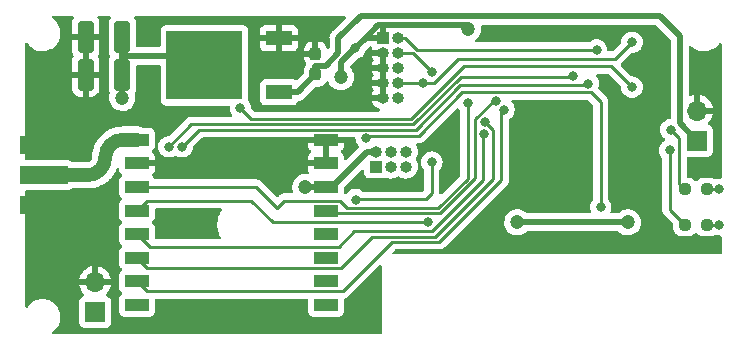
<source format=gbr>
%TF.GenerationSoftware,KiCad,Pcbnew,6.0.2+dfsg-1*%
%TF.CreationDate,2022-08-30T22:44:58-05:00*%
%TF.ProjectId,Rocket Tracker,526f636b-6574-4205-9472-61636b65722e,rev?*%
%TF.SameCoordinates,Original*%
%TF.FileFunction,Copper,L2,Bot*%
%TF.FilePolarity,Positive*%
%FSLAX46Y46*%
G04 Gerber Fmt 4.6, Leading zero omitted, Abs format (unit mm)*
G04 Created by KiCad (PCBNEW 6.0.2+dfsg-1) date 2022-08-30 22:44:58*
%MOMM*%
%LPD*%
G01*
G04 APERTURE LIST*
G04 Aperture macros list*
%AMRoundRect*
0 Rectangle with rounded corners*
0 $1 Rounding radius*
0 $2 $3 $4 $5 $6 $7 $8 $9 X,Y pos of 4 corners*
0 Add a 4 corners polygon primitive as box body*
4,1,4,$2,$3,$4,$5,$6,$7,$8,$9,$2,$3,0*
0 Add four circle primitives for the rounded corners*
1,1,$1+$1,$2,$3*
1,1,$1+$1,$4,$5*
1,1,$1+$1,$6,$7*
1,1,$1+$1,$8,$9*
0 Add four rect primitives between the rounded corners*
20,1,$1+$1,$2,$3,$4,$5,0*
20,1,$1+$1,$4,$5,$6,$7,0*
20,1,$1+$1,$6,$7,$8,$9,0*
20,1,$1+$1,$8,$9,$2,$3,0*%
G04 Aperture macros list end*
%TA.AperFunction,ComponentPad*%
%ADD10R,1.000000X1.000000*%
%TD*%
%TA.AperFunction,ComponentPad*%
%ADD11O,1.000000X1.000000*%
%TD*%
%TA.AperFunction,ComponentPad*%
%ADD12R,1.700000X1.700000*%
%TD*%
%TA.AperFunction,ComponentPad*%
%ADD13O,1.700000X1.700000*%
%TD*%
%TA.AperFunction,SMDPad,CuDef*%
%ADD14RoundRect,0.237500X0.250000X0.237500X-0.250000X0.237500X-0.250000X-0.237500X0.250000X-0.237500X0*%
%TD*%
%TA.AperFunction,SMDPad,CuDef*%
%ADD15RoundRect,0.237500X0.237500X-0.300000X0.237500X0.300000X-0.237500X0.300000X-0.237500X-0.300000X0*%
%TD*%
%TA.AperFunction,SMDPad,CuDef*%
%ADD16R,2.200000X1.200000*%
%TD*%
%TA.AperFunction,SMDPad,CuDef*%
%ADD17R,6.400000X5.800000*%
%TD*%
%TA.AperFunction,SMDPad,CuDef*%
%ADD18R,4.060000X1.520000*%
%TD*%
%TA.AperFunction,SMDPad,CuDef*%
%ADD19R,2.000000X1.000000*%
%TD*%
%TA.AperFunction,SMDPad,CuDef*%
%ADD20RoundRect,0.250000X0.412500X1.100000X-0.412500X1.100000X-0.412500X-1.100000X0.412500X-1.100000X0*%
%TD*%
%TA.AperFunction,ViaPad*%
%ADD21C,0.800000*%
%TD*%
%TA.AperFunction,ViaPad*%
%ADD22C,1.200000*%
%TD*%
%TA.AperFunction,Conductor*%
%ADD23C,0.250000*%
%TD*%
%TA.AperFunction,Conductor*%
%ADD24C,0.500000*%
%TD*%
%TA.AperFunction,Conductor*%
%ADD25C,1.219000*%
%TD*%
G04 APERTURE END LIST*
D10*
%TO.P,J1,1,Pin_1*%
%TO.N,ESP_EN*%
X100225000Y-99275000D03*
D11*
%TO.P,J1,2,Pin_2*%
%TO.N,+3V3*%
X100225000Y-98005000D03*
%TO.P,J1,3,Pin_3*%
%TO.N,ESP_TXD*%
X101495000Y-99275000D03*
%TO.P,J1,4,Pin_4*%
%TO.N,GND*%
X101495000Y-98005000D03*
%TO.P,J1,5,Pin_5*%
%TO.N,ESP_RXD*%
X102765000Y-99275000D03*
%TO.P,J1,6,Pin_6*%
%TO.N,ESP_IO0*%
X102765000Y-98005000D03*
%TD*%
D12*
%TO.P,J5,1,Pin_1*%
%TO.N,Vin*%
X127400000Y-97075000D03*
D13*
%TO.P,J5,2,Pin_2*%
%TO.N,GND*%
X127400000Y-94535000D03*
%TD*%
D12*
%TO.P,J3,1,Pin_1*%
%TO.N,Vbackup*%
X76450000Y-111600000D03*
D13*
%TO.P,J3,2,Pin_2*%
%TO.N,GND*%
X76450000Y-109060000D03*
%TD*%
D11*
%TO.P,J2,10,Pin_10*%
%TO.N,unconnected-(J2-Pad10)*%
X102120000Y-93430000D03*
%TO.P,J2,9,Pin_9*%
%TO.N,GND*%
X100850000Y-93430000D03*
%TO.P,J2,8,Pin_8*%
%TO.N,ESP_TDI*%
X102120000Y-92160000D03*
%TO.P,J2,7,Pin_7*%
%TO.N,GND*%
X100850000Y-92160000D03*
%TO.P,J2,6,Pin_6*%
%TO.N,ESP_TDO*%
X102120000Y-90890000D03*
%TO.P,J2,5,Pin_5*%
%TO.N,GND*%
X100850000Y-90890000D03*
%TO.P,J2,4,Pin_4*%
%TO.N,ESP_TCK*%
X102120000Y-89620000D03*
%TO.P,J2,3,Pin_3*%
%TO.N,GND*%
X100850000Y-89620000D03*
%TO.P,J2,2,Pin_2*%
%TO.N,ESP_TMS*%
X102120000Y-88350000D03*
D10*
%TO.P,J2,1,Pin_1*%
%TO.N,+3V3*%
X100850000Y-88350000D03*
%TD*%
D14*
%TO.P,R1,1*%
%TO.N,Net-(D1-Pad2)*%
X128212500Y-101200000D03*
%TO.P,R1,2*%
%TO.N,LED_G*%
X126387500Y-101200000D03*
%TD*%
D15*
%TO.P,C2,1*%
%TO.N,Vin*%
X95100000Y-91462500D03*
%TO.P,C2,2*%
%TO.N,GND*%
X95100000Y-89737500D03*
%TD*%
D16*
%TO.P,U5,1,GND*%
%TO.N,GND*%
X92000000Y-88420000D03*
D17*
%TO.P,U5,2,VO*%
%TO.N,+3V3*%
X85700000Y-90700000D03*
D16*
%TO.P,U5,3,VI*%
%TO.N,Vin*%
X92000000Y-92980000D03*
%TD*%
D14*
%TO.P,R2,1*%
%TO.N,Net-(D2-Pad2)*%
X128212500Y-104200000D03*
%TO.P,R2,2*%
%TO.N,LED_R*%
X126387500Y-104200000D03*
%TD*%
D18*
%TO.P,J4,1,In*%
%TO.N,Net-(J4-Pad1)*%
X72080000Y-100000000D03*
%TO.P,J4,2,Ext*%
%TO.N,GND*%
X72080000Y-97460000D03*
X72080000Y-102540000D03*
%TD*%
D19*
%TO.P,U2,1,DIO5*%
%TO.N,unconnected-(U2-Pad1)*%
X80000000Y-111000000D03*
%TO.P,U2,2,RESET*%
%TO.N,RFM_RST*%
X80000000Y-109000000D03*
%TO.P,U2,3,SCK*%
%TO.N,SCK*%
X80000000Y-107000000D03*
%TO.P,U2,4,MISO*%
%TO.N,CIPO*%
X80000000Y-105000000D03*
%TO.P,U2,5,MOSI*%
%TO.N,COPI*%
X80000000Y-103000000D03*
%TO.P,U2,6,NSS*%
%TO.N,RFM_CS*%
X80000000Y-101000000D03*
%TO.P,U2,7,GND*%
%TO.N,GND*%
X80000000Y-99000000D03*
%TO.P,U2,8,ANT*%
%TO.N,Net-(J4-Pad1)*%
X80000000Y-97000000D03*
%TO.P,U2,9,GND*%
%TO.N,GND*%
X96000000Y-97000000D03*
%TO.P,U2,10,GND*%
X96000000Y-99000000D03*
%TO.P,U2,11,3.3V*%
%TO.N,+3V3*%
X96000000Y-101000000D03*
%TO.P,U2,12,DIO0*%
%TO.N,RFM_DIO0*%
X96000000Y-103000000D03*
%TO.P,U2,13,DIO1*%
%TO.N,unconnected-(U2-Pad13)*%
X96000000Y-105000000D03*
%TO.P,U2,14,DIO2*%
%TO.N,unconnected-(U2-Pad14)*%
X96000000Y-107000000D03*
%TO.P,U2,15,DIO3*%
%TO.N,unconnected-(U2-Pad15)*%
X96000000Y-109000000D03*
%TO.P,U2,16,DIO4*%
%TO.N,unconnected-(U2-Pad16)*%
X96000000Y-111000000D03*
%TD*%
D20*
%TO.P,C1,1*%
%TO.N,+3V3*%
X78762500Y-91500000D03*
%TO.P,C1,2*%
%TO.N,GND*%
X75637500Y-91500000D03*
%TD*%
%TO.P,C3,1*%
%TO.N,+3V3*%
X78762500Y-88300000D03*
%TO.P,C3,2*%
%TO.N,GND*%
X75637500Y-88300000D03*
%TD*%
D21*
%TO.N,ESP_TDI*%
X104240000Y-92160000D03*
%TO.N,+3V3*%
X98475000Y-89225000D03*
D22*
%TO.N,GND*%
X81250000Y-87250000D03*
D21*
X77100000Y-95700000D03*
X75200000Y-102100000D03*
X121300000Y-98450000D03*
D22*
X118950000Y-105750000D03*
X99350000Y-111350000D03*
D21*
X81036812Y-92600500D03*
X121350000Y-95550000D03*
X75200000Y-97900000D03*
X77200000Y-90450000D03*
X77800000Y-101200000D03*
X76100000Y-96700000D03*
D22*
X109700000Y-104250000D03*
D21*
X78400000Y-95200000D03*
X79500000Y-95100000D03*
X76500000Y-101800000D03*
X121250000Y-101300000D03*
D22*
X115450000Y-101900000D03*
D21*
%TO.N,Net-(D1-Pad2)*%
X129250000Y-101200000D03*
%TO.N,Net-(D2-Pad2)*%
X129250000Y-104200000D03*
%TO.N,ESP_EN*%
X119250000Y-102700000D03*
X99400489Y-96874011D03*
D22*
%TO.N,+3V3*%
X78750000Y-93450000D03*
X112200000Y-104000000D03*
X83650000Y-90800000D03*
X94250000Y-101000000D03*
X108035498Y-87600000D03*
X121550000Y-104000000D03*
D21*
X78762500Y-91500000D03*
D22*
X97250000Y-91700000D03*
D21*
%TO.N,ESP_TMS*%
X118899500Y-89400000D03*
%TO.N,ESP_TCK*%
X105000000Y-91300000D03*
%TO.N,ESP_TDI*%
X121900000Y-88750000D03*
%TO.N,SDA*%
X104950000Y-98900000D03*
X98500000Y-102075500D03*
%TO.N,LED_R*%
X125100000Y-97900000D03*
%TO.N,LED_G*%
X125200000Y-96150000D03*
%TO.N,RFM_CS*%
X108000000Y-93900000D03*
%TO.N,GPS_FIX*%
X121900000Y-92550000D03*
X88750000Y-94350000D03*
%TO.N,RFM_RST*%
X111050000Y-94450000D03*
%TO.N,GPS_TX*%
X83800000Y-97600000D03*
X118200000Y-92250000D03*
%TO.N,GPS_RX*%
X116900000Y-91650000D03*
X82700000Y-97600000D03*
%TO.N,SCK*%
X109450000Y-95500000D03*
%TO.N,COPI*%
X104600000Y-104000000D03*
%TO.N,CIPO*%
X109374500Y-96538163D03*
%TO.N,RFM_DIO0*%
X110350000Y-93699011D03*
%TD*%
D23*
%TO.N,ESP_TDI*%
X104240000Y-92160000D02*
X104340000Y-92160000D01*
%TO.N,ESP_EN*%
X119250000Y-93800000D02*
X119250000Y-102700000D01*
X118424511Y-92974511D02*
X119250000Y-93800000D01*
X107525489Y-92974511D02*
X118424511Y-92974511D01*
X103850000Y-96650000D02*
X107525489Y-92974511D01*
X99624500Y-96650000D02*
X103850000Y-96650000D01*
X99400489Y-96874011D02*
X99624500Y-96650000D01*
D24*
%TO.N,+3V3*%
X98475000Y-89225000D02*
X99350000Y-88350000D01*
%TO.N,Vin*%
X127400000Y-97075000D02*
X125950922Y-95625922D01*
X125950922Y-95625922D02*
X125950922Y-88200922D01*
X125950922Y-88200922D02*
X124250000Y-86500000D01*
X95100000Y-90724520D02*
X95100000Y-91462500D01*
X124250000Y-86500000D02*
X98950000Y-86500000D01*
X98950000Y-86500000D02*
X97050000Y-88400000D01*
X97050000Y-88400000D02*
X97050000Y-89650000D01*
X97050000Y-89650000D02*
X95975480Y-90724520D01*
X95975480Y-90724520D02*
X95100000Y-90724520D01*
D23*
%TO.N,ESP_TDI*%
X104340000Y-92160000D02*
X105164614Y-92160000D01*
%TO.N,GPS_FIX*%
X120150000Y-90800000D02*
X121900000Y-92550000D01*
X107664268Y-90800000D02*
X120150000Y-90800000D01*
X103214268Y-95250000D02*
X107664268Y-90800000D01*
X89650000Y-95250000D02*
X103214268Y-95250000D01*
X88750000Y-94350000D02*
X89650000Y-95250000D01*
%TO.N,Net-(D1-Pad2)*%
X129250000Y-101200000D02*
X128212500Y-101200000D01*
%TO.N,Net-(D2-Pad2)*%
X129250000Y-104200000D02*
X128212500Y-104200000D01*
D24*
%TO.N,+3V3*%
X99495000Y-98005000D02*
X100225000Y-98005000D01*
X78762500Y-91500000D02*
X78762500Y-93437500D01*
X112200000Y-104000000D02*
X121550000Y-104000000D01*
X99350000Y-88350000D02*
X100850000Y-88350000D01*
X108035498Y-87585498D02*
X107750000Y-87300000D01*
X78762500Y-93437500D02*
X78750000Y-93450000D01*
X78762500Y-89887500D02*
X78762500Y-91500000D01*
X100900000Y-87300000D02*
X100850000Y-87350000D01*
X100400000Y-87300000D02*
X100900000Y-87300000D01*
X99350000Y-88350000D02*
X100400000Y-87300000D01*
X78762500Y-89887500D02*
X78775000Y-89900000D01*
X97250000Y-91700000D02*
X97250000Y-90450000D01*
X107750000Y-87300000D02*
X100900000Y-87300000D01*
X78762500Y-88300000D02*
X78762500Y-89887500D01*
X78775000Y-89900000D02*
X84900000Y-89900000D01*
X108035498Y-87600000D02*
X108035498Y-87585498D01*
X96000000Y-101000000D02*
X96500000Y-101000000D01*
X96500000Y-101000000D02*
X99495000Y-98005000D01*
X84900000Y-89900000D02*
X85700000Y-90700000D01*
X97250000Y-90450000D02*
X98475000Y-89225000D01*
X96000000Y-101000000D02*
X94250000Y-101000000D01*
X100850000Y-87350000D02*
X100850000Y-88350000D01*
D23*
%TO.N,ESP_TMS*%
X118899500Y-89400000D02*
X103735718Y-89400000D01*
X103735718Y-89400000D02*
X102685718Y-88350000D01*
X102685718Y-88350000D02*
X102120000Y-88350000D01*
%TO.N,ESP_TCK*%
X103320000Y-89620000D02*
X105000000Y-91300000D01*
X102120000Y-89620000D02*
X103320000Y-89620000D01*
%TO.N,ESP_TDI*%
X107174614Y-90150000D02*
X120500000Y-90150000D01*
X102120000Y-92160000D02*
X104240000Y-92160000D01*
X105164614Y-92160000D02*
X107174614Y-90150000D01*
X120500000Y-90150000D02*
X121900000Y-88750000D01*
D24*
%TO.N,Vin*%
X93582500Y-92980000D02*
X95100000Y-91462500D01*
X92000000Y-92980000D02*
X93582500Y-92980000D01*
D23*
%TO.N,SDA*%
X104450000Y-102050000D02*
X104950000Y-101550000D01*
X104950000Y-101550000D02*
X104950000Y-98900000D01*
X98500000Y-102075500D02*
X98525500Y-102050000D01*
X98525500Y-102050000D02*
X104450000Y-102050000D01*
%TO.N,LED_R*%
X125100000Y-102912500D02*
X125100000Y-97900000D01*
X126387500Y-104200000D02*
X125100000Y-102912500D01*
%TO.N,LED_G*%
X125900000Y-96850000D02*
X125200000Y-96150000D01*
X125900000Y-100712500D02*
X125900000Y-96850000D01*
X126387500Y-101200000D02*
X125900000Y-100712500D01*
%TO.N,RFM_CS*%
X97175489Y-102175489D02*
X97800000Y-102800000D01*
X80000000Y-101000000D02*
X90050000Y-101000000D01*
X91850000Y-102800000D02*
X92474511Y-102175489D01*
X92474511Y-102175489D02*
X97175489Y-102175489D01*
X108000000Y-100300000D02*
X108000000Y-93900000D01*
X90050000Y-101000000D02*
X91850000Y-102800000D01*
X97800000Y-102800000D02*
X105500000Y-102800000D01*
X105500000Y-102800000D02*
X108000000Y-100300000D01*
%TO.N,RFM_RST*%
X110850000Y-100400000D02*
X105600000Y-105650000D01*
X101573196Y-105650000D02*
X97398685Y-109824511D01*
X97398685Y-109824511D02*
X80824511Y-109824511D01*
X111050000Y-94450000D02*
X110850000Y-94650000D01*
X105600000Y-105650000D02*
X101573196Y-105650000D01*
X110850000Y-94650000D02*
X110850000Y-100400000D01*
X80824511Y-109824511D02*
X80000000Y-109000000D01*
%TO.N,GPS_TX*%
X118200000Y-92250000D02*
X118050000Y-92400000D01*
X103586193Y-96149511D02*
X85250490Y-96149510D01*
X85250490Y-96149510D02*
X83800000Y-97600000D01*
X107335704Y-92400000D02*
X103586193Y-96149511D01*
X118050000Y-92400000D02*
X107335704Y-92400000D01*
%TO.N,GPS_RX*%
X84600000Y-95700000D02*
X82700000Y-97600000D01*
X103399986Y-95700000D02*
X84600000Y-95700000D01*
X116900000Y-91650000D02*
X116850000Y-91700000D01*
X116850000Y-91700000D02*
X107399986Y-91700000D01*
X107399986Y-91700000D02*
X103399986Y-95700000D01*
%TO.N,SCK*%
X110099001Y-100350999D02*
X105250480Y-105199520D01*
X110099001Y-96149001D02*
X110099001Y-100350999D01*
X109450000Y-95500000D02*
X110099001Y-96149001D01*
X97225489Y-107824511D02*
X80824511Y-107824511D01*
X80824511Y-107824511D02*
X80000000Y-107000000D01*
X105250480Y-105199520D02*
X99850480Y-105199520D01*
X99850480Y-105199520D02*
X97225489Y-107824511D01*
%TO.N,COPI*%
X80000000Y-103000000D02*
X80824511Y-102175489D01*
X89675489Y-102175489D02*
X91500000Y-104000000D01*
X91500000Y-104000000D02*
X104600000Y-104000000D01*
X80824511Y-102175489D02*
X89675489Y-102175489D01*
%TO.N,CIPO*%
X98399022Y-104750000D02*
X104950000Y-104750000D01*
X109324010Y-96588653D02*
X109374500Y-96538163D01*
X109324010Y-100375990D02*
X109324010Y-96588653D01*
X97074501Y-106074521D02*
X98399022Y-104750000D01*
X80000000Y-105000000D02*
X81074521Y-106074521D01*
X81074521Y-106074521D02*
X97074501Y-106074521D01*
X104950000Y-104750000D02*
X109324010Y-100375990D01*
%TO.N,RFM_DIO0*%
X108650000Y-95275386D02*
X108650000Y-100285704D01*
X110350000Y-93699011D02*
X110226375Y-93699011D01*
X96250000Y-103250000D02*
X96000000Y-103000000D01*
X110226375Y-93699011D02*
X108650000Y-95275386D01*
X105685704Y-103250000D02*
X96250000Y-103250000D01*
X108650000Y-100285704D02*
X105685704Y-103250000D01*
D25*
%TO.N,Net-(J4-Pad1)*%
X72080000Y-100000000D02*
X75813930Y-100000000D01*
X78813929Y-97000000D02*
X80000000Y-97000000D01*
X78813929Y-97000000D02*
G75*
G03*
X77309011Y-98504918I-1J-1504917D01*
G01*
X77309011Y-98504918D02*
G75*
G02*
X75813930Y-100000000I-1495081J-1D01*
G01*
%TD*%
%TA.AperFunction,Conductor*%
%TO.N,GND*%
G36*
X78430295Y-99392875D02*
G01*
X78478673Y-99444837D01*
X78492001Y-99501237D01*
X78492001Y-99544669D01*
X78492371Y-99551490D01*
X78497895Y-99602352D01*
X78501521Y-99617604D01*
X78546676Y-99738054D01*
X78555214Y-99753649D01*
X78631715Y-99855724D01*
X78644274Y-99868283D01*
X78685075Y-99898862D01*
X78727589Y-99955722D01*
X78732614Y-100026540D01*
X78698554Y-100088834D01*
X78685075Y-100100513D01*
X78636739Y-100136739D01*
X78549385Y-100253295D01*
X78498255Y-100389684D01*
X78491500Y-100451866D01*
X78491500Y-101548134D01*
X78498255Y-101610316D01*
X78549385Y-101746705D01*
X78636739Y-101863261D01*
X78684660Y-101899176D01*
X78727173Y-101956033D01*
X78732199Y-102026851D01*
X78698139Y-102089145D01*
X78684670Y-102100817D01*
X78636739Y-102136739D01*
X78549385Y-102253295D01*
X78498255Y-102389684D01*
X78491500Y-102451866D01*
X78491500Y-103548134D01*
X78498255Y-103610316D01*
X78549385Y-103746705D01*
X78636739Y-103863261D01*
X78684660Y-103899176D01*
X78727173Y-103956033D01*
X78732199Y-104026851D01*
X78698139Y-104089145D01*
X78684670Y-104100817D01*
X78636739Y-104136739D01*
X78549385Y-104253295D01*
X78498255Y-104389684D01*
X78491500Y-104451866D01*
X78491500Y-105548134D01*
X78498255Y-105610316D01*
X78549385Y-105746705D01*
X78636739Y-105863261D01*
X78684660Y-105899176D01*
X78727173Y-105956033D01*
X78732199Y-106026851D01*
X78698139Y-106089145D01*
X78684670Y-106100817D01*
X78636739Y-106136739D01*
X78549385Y-106253295D01*
X78498255Y-106389684D01*
X78491500Y-106451866D01*
X78491500Y-107548134D01*
X78498255Y-107610316D01*
X78549385Y-107746705D01*
X78636739Y-107863261D01*
X78684660Y-107899176D01*
X78727173Y-107956033D01*
X78732199Y-108026851D01*
X78698139Y-108089145D01*
X78684670Y-108100817D01*
X78636739Y-108136739D01*
X78549385Y-108253295D01*
X78498255Y-108389684D01*
X78491500Y-108451866D01*
X78491500Y-109548134D01*
X78498255Y-109610316D01*
X78549385Y-109746705D01*
X78636739Y-109863261D01*
X78684660Y-109899176D01*
X78727173Y-109956033D01*
X78732199Y-110026851D01*
X78698139Y-110089145D01*
X78684670Y-110100817D01*
X78636739Y-110136739D01*
X78549385Y-110253295D01*
X78498255Y-110389684D01*
X78491500Y-110451866D01*
X78491500Y-111548134D01*
X78498255Y-111610316D01*
X78549385Y-111746705D01*
X78636739Y-111863261D01*
X78753295Y-111950615D01*
X78889684Y-112001745D01*
X78951866Y-112008500D01*
X81048134Y-112008500D01*
X81110316Y-112001745D01*
X81246705Y-111950615D01*
X81363261Y-111863261D01*
X81450615Y-111746705D01*
X81501745Y-111610316D01*
X81508500Y-111548134D01*
X81508500Y-110584011D01*
X81528502Y-110515890D01*
X81582158Y-110469397D01*
X81634500Y-110458011D01*
X94365500Y-110458011D01*
X94433621Y-110478013D01*
X94480114Y-110531669D01*
X94491500Y-110584011D01*
X94491500Y-111548134D01*
X94498255Y-111610316D01*
X94549385Y-111746705D01*
X94636739Y-111863261D01*
X94753295Y-111950615D01*
X94889684Y-112001745D01*
X94951866Y-112008500D01*
X97048134Y-112008500D01*
X97110316Y-112001745D01*
X97246705Y-111950615D01*
X97363261Y-111863261D01*
X97450615Y-111746705D01*
X97501745Y-111610316D01*
X97508500Y-111548134D01*
X97508500Y-110548008D01*
X97528502Y-110479887D01*
X97588119Y-110430855D01*
X97598599Y-110426706D01*
X97609827Y-110422862D01*
X97644668Y-110412740D01*
X97644669Y-110412740D01*
X97652278Y-110410529D01*
X97659097Y-110406496D01*
X97659102Y-110406494D01*
X97669713Y-110400218D01*
X97687461Y-110391523D01*
X97706302Y-110384063D01*
X97742072Y-110358075D01*
X97751992Y-110351559D01*
X97783220Y-110333091D01*
X97783223Y-110333089D01*
X97790047Y-110329053D01*
X97804368Y-110314732D01*
X97819402Y-110301891D01*
X97822851Y-110299385D01*
X97835792Y-110289983D01*
X97863983Y-110255906D01*
X97871973Y-110247127D01*
X100484905Y-107634196D01*
X100547217Y-107600170D01*
X100618033Y-107605235D01*
X100674868Y-107647782D01*
X100699679Y-107714302D01*
X100700000Y-107723291D01*
X100700000Y-113366000D01*
X100679998Y-113434121D01*
X100626342Y-113480614D01*
X100574000Y-113492000D01*
X72898207Y-113492000D01*
X72830086Y-113471998D01*
X72783593Y-113418342D01*
X72773489Y-113348068D01*
X72802983Y-113283488D01*
X72831064Y-113259380D01*
X72902288Y-113214528D01*
X72902291Y-113214526D01*
X72906567Y-113211833D01*
X72956676Y-113167656D01*
X73084858Y-113054650D01*
X73084861Y-113054647D01*
X73088655Y-113051302D01*
X73216854Y-112895229D01*
X73239526Y-112867628D01*
X73239528Y-112867625D01*
X73242734Y-112863722D01*
X73364841Y-112653922D01*
X73385040Y-112601301D01*
X73424642Y-112498134D01*
X75091500Y-112498134D01*
X75098255Y-112560316D01*
X75149385Y-112696705D01*
X75236739Y-112813261D01*
X75353295Y-112900615D01*
X75489684Y-112951745D01*
X75551866Y-112958500D01*
X77348134Y-112958500D01*
X77410316Y-112951745D01*
X77546705Y-112900615D01*
X77663261Y-112813261D01*
X77750615Y-112696705D01*
X77801745Y-112560316D01*
X77808500Y-112498134D01*
X77808500Y-110701866D01*
X77801745Y-110639684D01*
X77750615Y-110503295D01*
X77663261Y-110386739D01*
X77546705Y-110299385D01*
X77519321Y-110289119D01*
X77427687Y-110254767D01*
X77370923Y-110212125D01*
X77346223Y-110145564D01*
X77361430Y-110076215D01*
X77382977Y-110047535D01*
X77484052Y-109946812D01*
X77490730Y-109938965D01*
X77615003Y-109766020D01*
X77620313Y-109757183D01*
X77714670Y-109566267D01*
X77718469Y-109556672D01*
X77780377Y-109352910D01*
X77782555Y-109342837D01*
X77783986Y-109331962D01*
X77781775Y-109317778D01*
X77768617Y-109314000D01*
X75133225Y-109314000D01*
X75119694Y-109317973D01*
X75118257Y-109327966D01*
X75148565Y-109462446D01*
X75151645Y-109472275D01*
X75231770Y-109669603D01*
X75236413Y-109678794D01*
X75347694Y-109860388D01*
X75353777Y-109868699D01*
X75493213Y-110029667D01*
X75500577Y-110036879D01*
X75505522Y-110040985D01*
X75545156Y-110099889D01*
X75546653Y-110170870D01*
X75509537Y-110231392D01*
X75469264Y-110255910D01*
X75361705Y-110296232D01*
X75361704Y-110296233D01*
X75353295Y-110299385D01*
X75236739Y-110386739D01*
X75149385Y-110503295D01*
X75098255Y-110639684D01*
X75091500Y-110701866D01*
X75091500Y-112498134D01*
X73424642Y-112498134D01*
X73450020Y-112432022D01*
X73450021Y-112432018D01*
X73451833Y-112427298D01*
X73501474Y-112189680D01*
X73512486Y-111947183D01*
X73511905Y-111942159D01*
X73485167Y-111711071D01*
X73485166Y-111711067D01*
X73484585Y-111706044D01*
X73418490Y-111472468D01*
X73416356Y-111467892D01*
X73416354Y-111467886D01*
X73318038Y-111257046D01*
X73318036Y-111257042D01*
X73315901Y-111252464D01*
X73179456Y-111051693D01*
X73012668Y-110875319D01*
X73008641Y-110872240D01*
X72823846Y-110730953D01*
X72823842Y-110730950D01*
X72819826Y-110727880D01*
X72605891Y-110613169D01*
X72376369Y-110534138D01*
X72270722Y-110515890D01*
X72141074Y-110493496D01*
X72141068Y-110493495D01*
X72137164Y-110492821D01*
X72133203Y-110492641D01*
X72133202Y-110492641D01*
X72109494Y-110491564D01*
X72109475Y-110491564D01*
X72108075Y-110491500D01*
X71938999Y-110491500D01*
X71936491Y-110491702D01*
X71936486Y-110491702D01*
X71763076Y-110505654D01*
X71763071Y-110505655D01*
X71758035Y-110506060D01*
X71753127Y-110507266D01*
X71753124Y-110507266D01*
X71527208Y-110562756D01*
X71522294Y-110563963D01*
X71517642Y-110565938D01*
X71517638Y-110565939D01*
X71410252Y-110611522D01*
X71298844Y-110658812D01*
X71294560Y-110661510D01*
X71097712Y-110785472D01*
X71097709Y-110785474D01*
X71093433Y-110788167D01*
X71089639Y-110791512D01*
X70915142Y-110945350D01*
X70915139Y-110945353D01*
X70911345Y-110948698D01*
X70757266Y-111136278D01*
X70754725Y-111140644D01*
X70754720Y-111140651D01*
X70742899Y-111160962D01*
X70691345Y-111209776D01*
X70621585Y-111222969D01*
X70555767Y-111196352D01*
X70514787Y-111138377D01*
X70508000Y-111097582D01*
X70508000Y-108794183D01*
X75114389Y-108794183D01*
X75115912Y-108802607D01*
X75128292Y-108806000D01*
X76177885Y-108806000D01*
X76193124Y-108801525D01*
X76194329Y-108800135D01*
X76196000Y-108792452D01*
X76196000Y-108787885D01*
X76704000Y-108787885D01*
X76708475Y-108803124D01*
X76709865Y-108804329D01*
X76717548Y-108806000D01*
X77768344Y-108806000D01*
X77781875Y-108802027D01*
X77783180Y-108792947D01*
X77741214Y-108625875D01*
X77737894Y-108616124D01*
X77652972Y-108420814D01*
X77648105Y-108411739D01*
X77532426Y-108232926D01*
X77526136Y-108224757D01*
X77382806Y-108067240D01*
X77375273Y-108060215D01*
X77208139Y-107928222D01*
X77199552Y-107922517D01*
X77013117Y-107819599D01*
X77003705Y-107815369D01*
X76802959Y-107744280D01*
X76792988Y-107741646D01*
X76721837Y-107728972D01*
X76708540Y-107730432D01*
X76704000Y-107744989D01*
X76704000Y-108787885D01*
X76196000Y-108787885D01*
X76196000Y-107743102D01*
X76192082Y-107729758D01*
X76177806Y-107727771D01*
X76139324Y-107733660D01*
X76129288Y-107736051D01*
X75926868Y-107802212D01*
X75917359Y-107806209D01*
X75728463Y-107904542D01*
X75719738Y-107910036D01*
X75549433Y-108037905D01*
X75541726Y-108044748D01*
X75394590Y-108198717D01*
X75388104Y-108206727D01*
X75268098Y-108382649D01*
X75263000Y-108391623D01*
X75173338Y-108584783D01*
X75169775Y-108594470D01*
X75114389Y-108794183D01*
X70508000Y-108794183D01*
X70508000Y-101394500D01*
X70528002Y-101326379D01*
X70581658Y-101279886D01*
X70634000Y-101268500D01*
X74158134Y-101268500D01*
X74220316Y-101261745D01*
X74356705Y-101210615D01*
X74446691Y-101143174D01*
X74513197Y-101118326D01*
X74522256Y-101118000D01*
X75723660Y-101118000D01*
X75741739Y-101119304D01*
X75755168Y-101121251D01*
X75813930Y-101122790D01*
X75817618Y-101122451D01*
X75817621Y-101122451D01*
X75822618Y-101121992D01*
X75830539Y-101121264D01*
X75834976Y-101120935D01*
X76106963Y-101105661D01*
X76396312Y-101056498D01*
X76641130Y-100985967D01*
X76674938Y-100976227D01*
X76674939Y-100976227D01*
X76678336Y-100975248D01*
X76702778Y-100965124D01*
X76946222Y-100864287D01*
X76946227Y-100864284D01*
X76949490Y-100862933D01*
X77206364Y-100720964D01*
X77445727Y-100551126D01*
X77607782Y-100406305D01*
X77661934Y-100357912D01*
X77661936Y-100357910D01*
X77664569Y-100355557D01*
X77860138Y-100136714D01*
X77904281Y-100074501D01*
X78027935Y-99900226D01*
X78029975Y-99897351D01*
X78171944Y-99640478D01*
X78187737Y-99602352D01*
X78249592Y-99453019D01*
X78294140Y-99397738D01*
X78361504Y-99375317D01*
X78430295Y-99392875D01*
G37*
%TD.AperFunction*%
%TA.AperFunction,Conductor*%
G36*
X123951750Y-87278502D02*
G01*
X123972724Y-87295405D01*
X125155517Y-88478198D01*
X125189543Y-88540510D01*
X125192422Y-88567293D01*
X125192422Y-95120781D01*
X125172420Y-95188902D01*
X125118764Y-95235395D01*
X125092619Y-95244028D01*
X125057608Y-95251470D01*
X124917712Y-95281206D01*
X124911682Y-95283891D01*
X124911681Y-95283891D01*
X124749278Y-95356197D01*
X124749276Y-95356198D01*
X124743248Y-95358882D01*
X124588747Y-95471134D01*
X124460960Y-95613056D01*
X124365473Y-95778444D01*
X124306458Y-95960072D01*
X124305768Y-95966633D01*
X124305768Y-95966635D01*
X124287575Y-96139737D01*
X124286496Y-96150000D01*
X124287186Y-96156565D01*
X124297353Y-96253295D01*
X124306458Y-96339928D01*
X124365473Y-96521556D01*
X124460960Y-96686944D01*
X124465378Y-96691851D01*
X124465379Y-96691852D01*
X124503231Y-96733891D01*
X124588747Y-96828866D01*
X124645173Y-96869862D01*
X124671865Y-96889255D01*
X124715219Y-96945477D01*
X124721294Y-97016214D01*
X124688162Y-97079005D01*
X124654693Y-97102360D01*
X124655001Y-97102893D01*
X124649278Y-97106197D01*
X124643248Y-97108882D01*
X124637907Y-97112762D01*
X124637906Y-97112763D01*
X124627765Y-97120131D01*
X124488747Y-97221134D01*
X124484326Y-97226044D01*
X124484325Y-97226045D01*
X124432537Y-97283562D01*
X124360960Y-97363056D01*
X124265473Y-97528444D01*
X124206458Y-97710072D01*
X124205768Y-97716633D01*
X124205768Y-97716635D01*
X124191112Y-97856081D01*
X124186496Y-97900000D01*
X124187186Y-97906565D01*
X124199829Y-98026852D01*
X124206458Y-98089928D01*
X124265473Y-98271556D01*
X124360960Y-98436944D01*
X124434137Y-98518215D01*
X124464853Y-98582221D01*
X124466500Y-98602524D01*
X124466500Y-102833733D01*
X124465973Y-102844916D01*
X124464298Y-102852409D01*
X124464547Y-102860335D01*
X124464547Y-102860336D01*
X124466438Y-102920486D01*
X124466500Y-102924445D01*
X124466500Y-102952356D01*
X124466997Y-102956290D01*
X124466997Y-102956291D01*
X124467005Y-102956356D01*
X124467938Y-102968193D01*
X124469327Y-103012389D01*
X124474978Y-103031839D01*
X124478987Y-103051200D01*
X124481526Y-103071297D01*
X124484445Y-103078668D01*
X124484445Y-103078670D01*
X124497804Y-103112412D01*
X124501649Y-103123642D01*
X124513982Y-103166093D01*
X124518015Y-103172912D01*
X124518017Y-103172917D01*
X124524293Y-103183528D01*
X124532988Y-103201276D01*
X124540448Y-103220117D01*
X124545110Y-103226533D01*
X124545110Y-103226534D01*
X124566436Y-103255887D01*
X124572952Y-103265807D01*
X124588941Y-103292842D01*
X124595458Y-103303862D01*
X124609779Y-103318183D01*
X124622619Y-103333216D01*
X124634528Y-103349607D01*
X124640632Y-103354657D01*
X124640637Y-103354662D01*
X124668598Y-103377793D01*
X124677379Y-103385783D01*
X125354596Y-104063001D01*
X125388621Y-104125313D01*
X125391500Y-104152096D01*
X125391500Y-104487072D01*
X125391837Y-104490318D01*
X125391837Y-104490322D01*
X125400056Y-104569530D01*
X125402293Y-104591093D01*
X125404474Y-104597629D01*
X125404474Y-104597631D01*
X125417602Y-104636980D01*
X125457346Y-104756107D01*
X125548884Y-104904031D01*
X125554066Y-104909204D01*
X125666816Y-105021758D01*
X125666821Y-105021762D01*
X125671997Y-105026929D01*
X125678227Y-105030769D01*
X125678228Y-105030770D01*
X125809558Y-105111723D01*
X125820080Y-105118209D01*
X125985191Y-105172974D01*
X125992027Y-105173674D01*
X125992030Y-105173675D01*
X126043526Y-105178951D01*
X126087928Y-105183500D01*
X126687072Y-105183500D01*
X126690318Y-105183163D01*
X126690322Y-105183163D01*
X126784235Y-105173419D01*
X126784239Y-105173418D01*
X126791093Y-105172707D01*
X126797629Y-105170526D01*
X126797631Y-105170526D01*
X126930395Y-105126232D01*
X126956107Y-105117654D01*
X127104031Y-105026116D01*
X127154926Y-104975132D01*
X127210747Y-104919214D01*
X127273030Y-104885135D01*
X127343850Y-104890138D01*
X127388937Y-104919059D01*
X127491812Y-105021754D01*
X127491817Y-105021758D01*
X127496997Y-105026929D01*
X127503227Y-105030769D01*
X127503228Y-105030770D01*
X127634558Y-105111723D01*
X127645080Y-105118209D01*
X127810191Y-105172974D01*
X127817027Y-105173674D01*
X127817030Y-105173675D01*
X127868526Y-105178951D01*
X127912928Y-105183500D01*
X128512072Y-105183500D01*
X128515318Y-105183163D01*
X128515322Y-105183163D01*
X128609235Y-105173419D01*
X128609239Y-105173418D01*
X128616093Y-105172707D01*
X128622629Y-105170526D01*
X128622631Y-105170526D01*
X128683879Y-105150092D01*
X128781107Y-105117654D01*
X128787328Y-105113805D01*
X128787331Y-105113803D01*
X128848439Y-105075989D01*
X128916891Y-105057152D01*
X128954913Y-105065572D01*
X128955402Y-105064068D01*
X128961676Y-105066107D01*
X128967712Y-105068794D01*
X129001562Y-105075989D01*
X129148056Y-105107128D01*
X129148061Y-105107128D01*
X129154513Y-105108500D01*
X129345487Y-105108500D01*
X129351949Y-105107127D01*
X129352829Y-105107034D01*
X129422668Y-105119806D01*
X129474515Y-105168308D01*
X129492000Y-105232344D01*
X129492000Y-106574000D01*
X129471998Y-106642121D01*
X129418342Y-106688614D01*
X129366000Y-106700000D01*
X101723291Y-106700000D01*
X101655170Y-106679998D01*
X101608677Y-106626342D01*
X101598573Y-106556068D01*
X101628067Y-106491488D01*
X101634196Y-106484905D01*
X101798696Y-106320405D01*
X101861008Y-106286379D01*
X101887791Y-106283500D01*
X105521233Y-106283500D01*
X105532416Y-106284027D01*
X105539909Y-106285702D01*
X105547835Y-106285453D01*
X105547836Y-106285453D01*
X105607986Y-106283562D01*
X105611945Y-106283500D01*
X105639856Y-106283500D01*
X105643791Y-106283003D01*
X105643856Y-106282995D01*
X105655693Y-106282062D01*
X105687951Y-106281048D01*
X105691970Y-106280922D01*
X105699889Y-106280673D01*
X105719343Y-106275021D01*
X105738700Y-106271013D01*
X105750930Y-106269468D01*
X105750931Y-106269468D01*
X105758797Y-106268474D01*
X105766168Y-106265555D01*
X105766170Y-106265555D01*
X105799912Y-106252196D01*
X105811142Y-106248351D01*
X105845983Y-106238229D01*
X105845984Y-106238229D01*
X105853593Y-106236018D01*
X105860412Y-106231985D01*
X105860417Y-106231983D01*
X105871028Y-106225707D01*
X105888776Y-106217012D01*
X105907617Y-106209552D01*
X105943387Y-106183564D01*
X105953307Y-106177048D01*
X105984535Y-106158580D01*
X105984538Y-106158578D01*
X105991362Y-106154542D01*
X106005683Y-106140221D01*
X106020717Y-106127380D01*
X106030694Y-106120131D01*
X106037107Y-106115472D01*
X106065298Y-106081395D01*
X106073288Y-106072616D01*
X111242247Y-100903657D01*
X111250537Y-100896113D01*
X111257018Y-100892000D01*
X111303659Y-100842332D01*
X111306413Y-100839491D01*
X111326134Y-100819770D01*
X111328612Y-100816575D01*
X111336318Y-100807553D01*
X111361158Y-100781101D01*
X111366586Y-100775321D01*
X111376346Y-100757568D01*
X111387199Y-100741045D01*
X111394753Y-100731306D01*
X111399613Y-100725041D01*
X111417176Y-100684457D01*
X111422383Y-100673827D01*
X111443695Y-100635060D01*
X111445666Y-100627383D01*
X111445668Y-100627378D01*
X111448732Y-100615442D01*
X111455138Y-100596730D01*
X111460033Y-100585419D01*
X111463181Y-100578145D01*
X111464421Y-100570317D01*
X111464423Y-100570310D01*
X111470099Y-100534476D01*
X111472505Y-100522856D01*
X111481528Y-100487711D01*
X111481528Y-100487710D01*
X111483500Y-100480030D01*
X111483500Y-100459776D01*
X111485051Y-100440065D01*
X111486980Y-100427886D01*
X111488220Y-100420057D01*
X111484059Y-100376038D01*
X111483500Y-100364181D01*
X111483500Y-95322212D01*
X111503502Y-95254091D01*
X111535439Y-95220276D01*
X111604738Y-95169927D01*
X111661253Y-95128866D01*
X111709775Y-95074977D01*
X111784621Y-94991852D01*
X111784622Y-94991851D01*
X111789040Y-94986944D01*
X111884527Y-94821556D01*
X111943542Y-94639928D01*
X111946005Y-94616500D01*
X111962814Y-94456565D01*
X111963504Y-94450000D01*
X111954829Y-94367458D01*
X111944232Y-94266635D01*
X111944232Y-94266633D01*
X111943542Y-94260072D01*
X111884527Y-94078444D01*
X111789040Y-93913056D01*
X111703739Y-93818319D01*
X111673023Y-93754314D01*
X111681787Y-93683860D01*
X111727249Y-93629329D01*
X111797376Y-93608011D01*
X118109916Y-93608011D01*
X118178037Y-93628013D01*
X118199012Y-93644916D01*
X118579596Y-94025501D01*
X118613621Y-94087813D01*
X118616500Y-94114596D01*
X118616500Y-101997476D01*
X118596498Y-102065597D01*
X118584142Y-102081779D01*
X118510960Y-102163056D01*
X118415473Y-102328444D01*
X118356458Y-102510072D01*
X118355768Y-102516633D01*
X118355768Y-102516635D01*
X118344412Y-102624687D01*
X118336496Y-102700000D01*
X118337186Y-102706565D01*
X118352515Y-102852409D01*
X118356458Y-102889928D01*
X118394851Y-103008088D01*
X118415473Y-103071556D01*
X118414018Y-103072029D01*
X118422412Y-103134612D01*
X118392309Y-103198911D01*
X118332222Y-103236727D01*
X118297870Y-103241500D01*
X113061917Y-103241500D01*
X112993796Y-103221498D01*
X112976388Y-103208024D01*
X112881948Y-103120724D01*
X112877703Y-103116800D01*
X112758139Y-103041361D01*
X112710288Y-103011169D01*
X112710283Y-103011167D01*
X112705404Y-103008088D01*
X112516180Y-102932595D01*
X112316366Y-102892849D01*
X112310592Y-102892773D01*
X112310588Y-102892773D01*
X112207452Y-102891424D01*
X112112655Y-102890183D01*
X112106958Y-102891162D01*
X112106957Y-102891162D01*
X111917567Y-102923705D01*
X111911870Y-102924684D01*
X111720734Y-102995198D01*
X111715773Y-102998150D01*
X111715772Y-102998150D01*
X111580431Y-103078670D01*
X111545649Y-103099363D01*
X111392478Y-103233690D01*
X111388911Y-103238215D01*
X111388906Y-103238220D01*
X111316685Y-103329833D01*
X111266351Y-103393681D01*
X111171492Y-103573978D01*
X111111078Y-103768543D01*
X111087132Y-103970859D01*
X111100457Y-104174151D01*
X111150605Y-104371610D01*
X111235898Y-104556624D01*
X111353479Y-104722997D01*
X111499410Y-104865157D01*
X111504206Y-104868362D01*
X111504209Y-104868364D01*
X111548268Y-104897803D01*
X111668803Y-104978342D01*
X111674106Y-104980620D01*
X111674109Y-104980622D01*
X111814459Y-105040921D01*
X111855987Y-105058763D01*
X111906386Y-105070167D01*
X112049055Y-105102450D01*
X112049060Y-105102451D01*
X112054692Y-105103725D01*
X112060463Y-105103952D01*
X112060465Y-105103952D01*
X112123470Y-105106427D01*
X112258263Y-105111723D01*
X112459883Y-105082490D01*
X112465347Y-105080635D01*
X112465352Y-105080634D01*
X112647327Y-105018862D01*
X112647332Y-105018860D01*
X112652799Y-105017004D01*
X112830551Y-104917458D01*
X112986657Y-104787626D01*
X113051821Y-104759445D01*
X113067226Y-104758500D01*
X120688696Y-104758500D01*
X120756817Y-104778502D01*
X120776618Y-104794246D01*
X120800901Y-104817901D01*
X120849410Y-104865157D01*
X120854206Y-104868362D01*
X120854209Y-104868364D01*
X120898268Y-104897803D01*
X121018803Y-104978342D01*
X121024106Y-104980620D01*
X121024109Y-104980622D01*
X121164459Y-105040921D01*
X121205987Y-105058763D01*
X121256386Y-105070167D01*
X121399055Y-105102450D01*
X121399060Y-105102451D01*
X121404692Y-105103725D01*
X121410463Y-105103952D01*
X121410465Y-105103952D01*
X121473470Y-105106427D01*
X121608263Y-105111723D01*
X121809883Y-105082490D01*
X121815347Y-105080635D01*
X121815352Y-105080634D01*
X121997327Y-105018862D01*
X121997332Y-105018860D01*
X122002799Y-105017004D01*
X122180551Y-104917458D01*
X122337186Y-104787186D01*
X122467458Y-104630551D01*
X122547810Y-104487072D01*
X122564180Y-104457842D01*
X122564181Y-104457840D01*
X122567004Y-104452799D01*
X122568860Y-104447332D01*
X122568862Y-104447327D01*
X122630634Y-104265352D01*
X122630635Y-104265347D01*
X122632490Y-104259883D01*
X122661723Y-104058263D01*
X122663249Y-104000000D01*
X122644608Y-103797126D01*
X122589307Y-103601047D01*
X122578680Y-103579496D01*
X122501756Y-103423510D01*
X122499201Y-103418329D01*
X122480796Y-103393681D01*
X122380758Y-103259715D01*
X122380758Y-103259714D01*
X122377305Y-103255091D01*
X122272260Y-103157988D01*
X122231943Y-103120719D01*
X122231940Y-103120717D01*
X122227703Y-103116800D01*
X122154561Y-103070651D01*
X122060288Y-103011169D01*
X122060283Y-103011167D01*
X122055404Y-103008088D01*
X121866180Y-102932595D01*
X121666366Y-102892849D01*
X121660592Y-102892773D01*
X121660588Y-102892773D01*
X121557452Y-102891424D01*
X121462655Y-102890183D01*
X121456958Y-102891162D01*
X121456957Y-102891162D01*
X121267567Y-102923705D01*
X121261870Y-102924684D01*
X121070734Y-102995198D01*
X121065773Y-102998150D01*
X121065772Y-102998150D01*
X120930431Y-103078670D01*
X120895649Y-103099363D01*
X120769225Y-103210233D01*
X120704823Y-103240109D01*
X120686150Y-103241500D01*
X120202130Y-103241500D01*
X120134009Y-103221498D01*
X120087516Y-103167842D01*
X120077412Y-103097568D01*
X120084884Y-103071672D01*
X120084527Y-103071556D01*
X120105149Y-103008088D01*
X120143542Y-102889928D01*
X120147486Y-102852409D01*
X120162814Y-102706565D01*
X120163504Y-102700000D01*
X120155588Y-102624687D01*
X120144232Y-102516635D01*
X120144232Y-102516633D01*
X120143542Y-102510072D01*
X120084527Y-102328444D01*
X119989040Y-102163056D01*
X119915863Y-102081785D01*
X119885147Y-102017779D01*
X119883500Y-101997476D01*
X119883500Y-93878768D01*
X119884027Y-93867585D01*
X119885702Y-93860092D01*
X119884658Y-93826856D01*
X119883562Y-93792002D01*
X119883500Y-93788044D01*
X119883500Y-93760144D01*
X119882996Y-93756153D01*
X119882063Y-93744311D01*
X119881960Y-93741012D01*
X119880674Y-93700111D01*
X119878462Y-93692497D01*
X119878461Y-93692492D01*
X119875023Y-93680659D01*
X119871012Y-93661295D01*
X119869467Y-93649064D01*
X119868474Y-93641203D01*
X119865557Y-93633836D01*
X119865556Y-93633831D01*
X119852198Y-93600092D01*
X119848354Y-93588865D01*
X119845452Y-93578878D01*
X119836018Y-93546407D01*
X119825707Y-93528972D01*
X119817012Y-93511224D01*
X119809552Y-93492383D01*
X119783564Y-93456613D01*
X119777048Y-93446693D01*
X119758580Y-93415465D01*
X119758578Y-93415462D01*
X119754542Y-93408638D01*
X119740221Y-93394317D01*
X119727380Y-93379283D01*
X119720131Y-93369306D01*
X119715472Y-93362893D01*
X119709367Y-93357842D01*
X119709362Y-93357837D01*
X119681396Y-93334701D01*
X119672618Y-93326713D01*
X119072678Y-92726773D01*
X119038652Y-92664461D01*
X119041940Y-92598742D01*
X119075477Y-92495526D01*
X119093542Y-92439928D01*
X119095322Y-92422997D01*
X119112814Y-92256565D01*
X119113504Y-92250000D01*
X119095628Y-92079920D01*
X119094232Y-92066635D01*
X119094232Y-92066633D01*
X119093542Y-92060072D01*
X119034527Y-91878444D01*
X118939040Y-91713056D01*
X118876689Y-91643808D01*
X118845973Y-91579803D01*
X118854738Y-91509349D01*
X118900201Y-91454818D01*
X118970327Y-91433500D01*
X119835406Y-91433500D01*
X119903527Y-91453502D01*
X119924501Y-91470405D01*
X120952878Y-92498783D01*
X120986904Y-92561095D01*
X120989093Y-92574708D01*
X121004049Y-92717004D01*
X121006458Y-92739928D01*
X121065473Y-92921556D01*
X121068776Y-92927278D01*
X121068777Y-92927279D01*
X121069752Y-92928968D01*
X121160960Y-93086944D01*
X121165378Y-93091851D01*
X121165379Y-93091852D01*
X121277744Y-93216646D01*
X121288747Y-93228866D01*
X121443248Y-93341118D01*
X121449276Y-93343802D01*
X121449278Y-93343803D01*
X121594901Y-93408638D01*
X121617712Y-93418794D01*
X121711112Y-93438647D01*
X121798056Y-93457128D01*
X121798061Y-93457128D01*
X121804513Y-93458500D01*
X121995487Y-93458500D01*
X122001939Y-93457128D01*
X122001944Y-93457128D01*
X122088888Y-93438647D01*
X122182288Y-93418794D01*
X122205099Y-93408638D01*
X122350722Y-93343803D01*
X122350724Y-93343802D01*
X122356752Y-93341118D01*
X122511253Y-93228866D01*
X122522256Y-93216646D01*
X122634621Y-93091852D01*
X122634622Y-93091851D01*
X122639040Y-93086944D01*
X122730248Y-92928968D01*
X122731223Y-92927279D01*
X122731224Y-92927278D01*
X122734527Y-92921556D01*
X122793542Y-92739928D01*
X122795952Y-92717004D01*
X122812814Y-92556565D01*
X122813504Y-92550000D01*
X122793542Y-92360072D01*
X122734527Y-92178444D01*
X122722633Y-92157842D01*
X122677644Y-92079920D01*
X122639040Y-92013056D01*
X122563703Y-91929385D01*
X122515675Y-91876045D01*
X122515674Y-91876044D01*
X122511253Y-91871134D01*
X122356752Y-91758882D01*
X122350724Y-91756198D01*
X122350722Y-91756197D01*
X122188319Y-91683891D01*
X122188318Y-91683891D01*
X122182288Y-91681206D01*
X122088888Y-91661353D01*
X122001944Y-91642872D01*
X122001939Y-91642872D01*
X121995487Y-91641500D01*
X121939594Y-91641500D01*
X121871473Y-91621498D01*
X121850499Y-91604595D01*
X120985000Y-90739096D01*
X120950974Y-90676784D01*
X120956039Y-90605969D01*
X120985000Y-90560906D01*
X121850501Y-89695405D01*
X121912813Y-89661379D01*
X121939596Y-89658500D01*
X121995487Y-89658500D01*
X122001939Y-89657128D01*
X122001944Y-89657128D01*
X122088887Y-89638647D01*
X122182288Y-89618794D01*
X122211359Y-89605851D01*
X122350722Y-89543803D01*
X122350724Y-89543802D01*
X122356752Y-89541118D01*
X122374808Y-89528000D01*
X122438356Y-89481829D01*
X122511253Y-89428866D01*
X122545181Y-89391185D01*
X122634621Y-89291852D01*
X122634622Y-89291851D01*
X122639040Y-89286944D01*
X122699538Y-89182158D01*
X122731223Y-89127279D01*
X122731224Y-89127278D01*
X122734527Y-89121556D01*
X122793542Y-88939928D01*
X122797485Y-88902418D01*
X122812814Y-88756565D01*
X122813504Y-88750000D01*
X122808440Y-88701819D01*
X122794232Y-88566635D01*
X122794232Y-88566633D01*
X122793542Y-88560072D01*
X122734527Y-88378444D01*
X122639040Y-88213056D01*
X122613443Y-88184627D01*
X122515675Y-88076045D01*
X122515674Y-88076044D01*
X122511253Y-88071134D01*
X122396623Y-87987850D01*
X122362094Y-87962763D01*
X122362093Y-87962762D01*
X122356752Y-87958882D01*
X122350724Y-87956198D01*
X122350722Y-87956197D01*
X122188319Y-87883891D01*
X122188318Y-87883891D01*
X122182288Y-87881206D01*
X122081972Y-87859883D01*
X122001944Y-87842872D01*
X122001939Y-87842872D01*
X121995487Y-87841500D01*
X121804513Y-87841500D01*
X121798061Y-87842872D01*
X121798056Y-87842872D01*
X121718028Y-87859883D01*
X121617712Y-87881206D01*
X121611682Y-87883891D01*
X121611681Y-87883891D01*
X121449278Y-87956197D01*
X121449276Y-87956198D01*
X121443248Y-87958882D01*
X121437907Y-87962762D01*
X121437906Y-87962763D01*
X121403377Y-87987850D01*
X121288747Y-88071134D01*
X121284326Y-88076044D01*
X121284325Y-88076045D01*
X121186558Y-88184627D01*
X121160960Y-88213056D01*
X121065473Y-88378444D01*
X121006458Y-88560072D01*
X120992504Y-88692842D01*
X120989093Y-88725292D01*
X120962080Y-88790949D01*
X120952878Y-88801218D01*
X120274499Y-89479596D01*
X120212187Y-89513621D01*
X120185404Y-89516500D01*
X119938314Y-89516500D01*
X119870193Y-89496498D01*
X119823700Y-89442842D01*
X119814350Y-89399859D01*
X119813004Y-89400000D01*
X119793732Y-89216635D01*
X119793732Y-89216633D01*
X119793042Y-89210072D01*
X119734027Y-89028444D01*
X119638540Y-88863056D01*
X119584249Y-88802759D01*
X119515175Y-88726045D01*
X119515174Y-88726044D01*
X119510753Y-88721134D01*
X119356252Y-88608882D01*
X119350224Y-88606198D01*
X119350222Y-88606197D01*
X119187819Y-88533891D01*
X119187818Y-88533891D01*
X119181788Y-88531206D01*
X119088388Y-88511353D01*
X119001444Y-88492872D01*
X119001439Y-88492872D01*
X118994987Y-88491500D01*
X118804013Y-88491500D01*
X118797561Y-88492872D01*
X118797556Y-88492872D01*
X118710612Y-88511353D01*
X118617212Y-88531206D01*
X118611182Y-88533891D01*
X118611181Y-88533891D01*
X118448778Y-88606197D01*
X118448776Y-88606198D01*
X118442748Y-88608882D01*
X118437407Y-88612762D01*
X118437406Y-88612763D01*
X118309829Y-88705454D01*
X118288247Y-88721134D01*
X118283832Y-88726037D01*
X118278920Y-88730460D01*
X118277795Y-88729211D01*
X118224486Y-88762051D01*
X118191300Y-88766500D01*
X108704209Y-88766500D01*
X108636088Y-88746498D01*
X108589595Y-88692842D01*
X108579491Y-88622568D01*
X108608985Y-88557988D01*
X108642643Y-88530566D01*
X108643950Y-88529834D01*
X108666049Y-88517458D01*
X108822684Y-88387186D01*
X108952956Y-88230551D01*
X109043555Y-88068775D01*
X109049678Y-88057842D01*
X109049679Y-88057840D01*
X109052502Y-88052799D01*
X109054358Y-88047332D01*
X109054360Y-88047327D01*
X109116132Y-87865352D01*
X109116133Y-87865347D01*
X109117988Y-87859883D01*
X109147221Y-87658263D01*
X109148747Y-87600000D01*
X109130106Y-87397126D01*
X109132561Y-87396900D01*
X109138750Y-87336804D01*
X109183050Y-87281324D01*
X109255374Y-87258500D01*
X123883629Y-87258500D01*
X123951750Y-87278502D01*
G37*
%TD.AperFunction*%
%TA.AperFunction,Conductor*%
G36*
X87147736Y-102828991D02*
G01*
X87194229Y-102882647D01*
X87204333Y-102952921D01*
X87178904Y-103012562D01*
X87130812Y-103074118D01*
X87128616Y-103077922D01*
X87128611Y-103077929D01*
X87036804Y-103236944D01*
X86990364Y-103317381D01*
X86885138Y-103577824D01*
X86884073Y-103582097D01*
X86884072Y-103582099D01*
X86830460Y-103797126D01*
X86817183Y-103850376D01*
X86816724Y-103854744D01*
X86816723Y-103854749D01*
X86788281Y-104125364D01*
X86787822Y-104129733D01*
X86787975Y-104134121D01*
X86787975Y-104134127D01*
X86797448Y-104405388D01*
X86797625Y-104410458D01*
X86798387Y-104414781D01*
X86798388Y-104414788D01*
X86810558Y-104483806D01*
X86846402Y-104687087D01*
X86933203Y-104954235D01*
X86935131Y-104958188D01*
X86935133Y-104958193D01*
X86970532Y-105030770D01*
X87056340Y-105206702D01*
X87058801Y-105210351D01*
X87058803Y-105210354D01*
X87081877Y-105244564D01*
X87103387Y-105312224D01*
X87084902Y-105380772D01*
X87032292Y-105428444D01*
X86977418Y-105441021D01*
X81634500Y-105441021D01*
X81566379Y-105421019D01*
X81519886Y-105367363D01*
X81508500Y-105315021D01*
X81508500Y-104451866D01*
X81501745Y-104389684D01*
X81450615Y-104253295D01*
X81363261Y-104136739D01*
X81315340Y-104100824D01*
X81272827Y-104043967D01*
X81267801Y-103973149D01*
X81301861Y-103910855D01*
X81315330Y-103899183D01*
X81363261Y-103863261D01*
X81450615Y-103746705D01*
X81501745Y-103610316D01*
X81508500Y-103548134D01*
X81508500Y-102934989D01*
X81528502Y-102866868D01*
X81582158Y-102820375D01*
X81634500Y-102808989D01*
X87079615Y-102808989D01*
X87147736Y-102828991D01*
G37*
%TD.AperFunction*%
%TA.AperFunction,Conductor*%
G36*
X74609022Y-86528002D02*
G01*
X74655515Y-86581658D01*
X74665619Y-86651932D01*
X74636125Y-86716512D01*
X74631718Y-86721251D01*
X74622249Y-86733240D01*
X74537184Y-86871243D01*
X74531037Y-86884424D01*
X74479862Y-87038710D01*
X74476995Y-87052086D01*
X74467328Y-87146438D01*
X74467000Y-87152855D01*
X74467000Y-88027885D01*
X74471475Y-88043124D01*
X74472865Y-88044329D01*
X74480548Y-88046000D01*
X76789884Y-88046000D01*
X76805123Y-88041525D01*
X76806328Y-88040135D01*
X76807999Y-88032452D01*
X76807999Y-87152905D01*
X76807662Y-87146386D01*
X76797743Y-87050794D01*
X76794851Y-87037400D01*
X76743412Y-86883216D01*
X76737239Y-86870038D01*
X76651937Y-86732193D01*
X76638354Y-86715055D01*
X76640091Y-86713678D01*
X76611208Y-86660893D01*
X76616209Y-86590073D01*
X76658705Y-86533199D01*
X76725203Y-86508329D01*
X76734304Y-86508000D01*
X77665195Y-86508000D01*
X77733316Y-86528002D01*
X77779809Y-86581658D01*
X77789913Y-86651932D01*
X77760419Y-86716512D01*
X77756442Y-86720788D01*
X77755867Y-86721516D01*
X77750695Y-86726697D01*
X77657885Y-86877262D01*
X77602203Y-87045139D01*
X77591500Y-87149600D01*
X77591500Y-89450400D01*
X77591837Y-89453646D01*
X77591837Y-89453650D01*
X77601752Y-89549206D01*
X77602474Y-89556166D01*
X77604655Y-89562702D01*
X77604655Y-89562704D01*
X77623368Y-89618794D01*
X77658450Y-89723946D01*
X77726323Y-89833627D01*
X77726324Y-89833628D01*
X77745161Y-89902080D01*
X77726439Y-89966047D01*
X77662339Y-90070037D01*
X77657885Y-90077262D01*
X77645382Y-90114957D01*
X77621725Y-90186283D01*
X77602203Y-90245139D01*
X77591500Y-90349600D01*
X77591500Y-92650400D01*
X77591837Y-92653646D01*
X77591837Y-92653650D01*
X77601752Y-92749206D01*
X77602474Y-92756166D01*
X77604655Y-92762702D01*
X77604655Y-92762704D01*
X77627055Y-92829843D01*
X77658450Y-92923946D01*
X77662305Y-92930175D01*
X77690895Y-92976377D01*
X77709732Y-93044829D01*
X77704083Y-93080043D01*
X77662791Y-93213026D01*
X77661078Y-93218543D01*
X77637132Y-93420859D01*
X77650457Y-93624151D01*
X77700605Y-93821610D01*
X77785898Y-94006624D01*
X77903479Y-94172997D01*
X77907613Y-94177024D01*
X78010269Y-94277027D01*
X78049410Y-94315157D01*
X78054206Y-94318362D01*
X78054209Y-94318364D01*
X78139242Y-94375181D01*
X78218803Y-94428342D01*
X78224106Y-94430620D01*
X78224109Y-94430622D01*
X78313115Y-94468862D01*
X78405987Y-94508763D01*
X78478817Y-94525243D01*
X78599055Y-94552450D01*
X78599060Y-94552451D01*
X78604692Y-94553725D01*
X78610463Y-94553952D01*
X78610465Y-94553952D01*
X78673470Y-94556427D01*
X78808263Y-94561723D01*
X79009883Y-94532490D01*
X79015347Y-94530635D01*
X79015352Y-94530634D01*
X79197327Y-94468862D01*
X79197332Y-94468860D01*
X79202799Y-94467004D01*
X79244885Y-94443435D01*
X79287195Y-94419740D01*
X79380551Y-94367458D01*
X79537186Y-94237186D01*
X79667458Y-94080551D01*
X79767004Y-93902799D01*
X79768860Y-93897332D01*
X79768862Y-93897327D01*
X79830634Y-93715352D01*
X79830635Y-93715347D01*
X79832490Y-93709883D01*
X79861723Y-93508263D01*
X79863249Y-93450000D01*
X79848861Y-93293412D01*
X79845137Y-93252880D01*
X79845136Y-93252877D01*
X79844608Y-93247126D01*
X79836755Y-93219280D01*
X79820727Y-93162452D01*
X79803918Y-93102853D01*
X79804678Y-93031862D01*
X79817927Y-93002536D01*
X79863275Y-92928968D01*
X79863276Y-92928967D01*
X79867115Y-92922738D01*
X79922797Y-92754861D01*
X79925000Y-92733365D01*
X79933167Y-92653650D01*
X79933500Y-92650400D01*
X79933500Y-90784500D01*
X79953502Y-90716379D01*
X80007158Y-90669886D01*
X80059500Y-90658500D01*
X81865500Y-90658500D01*
X81933621Y-90678502D01*
X81980114Y-90732158D01*
X81991500Y-90784500D01*
X81991500Y-93648134D01*
X81998255Y-93710316D01*
X82049385Y-93846705D01*
X82136739Y-93963261D01*
X82253295Y-94050615D01*
X82389684Y-94101745D01*
X82451866Y-94108500D01*
X87721941Y-94108500D01*
X87790062Y-94128502D01*
X87836555Y-94182158D01*
X87847251Y-94247670D01*
X87842970Y-94288404D01*
X87836496Y-94350000D01*
X87837186Y-94356565D01*
X87854176Y-94518213D01*
X87856458Y-94539928D01*
X87915473Y-94721556D01*
X87918776Y-94727278D01*
X87918777Y-94727279D01*
X88005507Y-94877500D01*
X88022245Y-94946496D01*
X87999024Y-95013587D01*
X87943217Y-95057474D01*
X87896388Y-95066500D01*
X84678768Y-95066500D01*
X84667585Y-95065973D01*
X84660092Y-95064298D01*
X84652166Y-95064547D01*
X84652165Y-95064547D01*
X84592002Y-95066438D01*
X84588044Y-95066500D01*
X84560144Y-95066500D01*
X84556154Y-95067004D01*
X84544320Y-95067936D01*
X84500111Y-95069326D01*
X84492497Y-95071538D01*
X84492492Y-95071539D01*
X84480659Y-95074977D01*
X84461296Y-95078988D01*
X84441203Y-95081526D01*
X84433836Y-95084443D01*
X84433831Y-95084444D01*
X84400092Y-95097802D01*
X84388865Y-95101646D01*
X84346407Y-95113982D01*
X84339581Y-95118019D01*
X84328972Y-95124293D01*
X84311224Y-95132988D01*
X84292383Y-95140448D01*
X84285967Y-95145110D01*
X84285966Y-95145110D01*
X84256613Y-95166436D01*
X84246693Y-95172952D01*
X84215465Y-95191420D01*
X84215462Y-95191422D01*
X84208638Y-95195458D01*
X84194317Y-95209779D01*
X84179284Y-95222619D01*
X84162893Y-95234528D01*
X84146709Y-95254091D01*
X84134702Y-95268605D01*
X84126712Y-95277384D01*
X82749500Y-96654595D01*
X82687188Y-96688621D01*
X82660405Y-96691500D01*
X82604513Y-96691500D01*
X82598061Y-96692872D01*
X82598056Y-96692872D01*
X82511112Y-96711353D01*
X82417712Y-96731206D01*
X82411682Y-96733891D01*
X82411681Y-96733891D01*
X82249278Y-96806197D01*
X82249276Y-96806198D01*
X82243248Y-96808882D01*
X82088747Y-96921134D01*
X81960960Y-97063056D01*
X81920458Y-97133207D01*
X81891385Y-97183564D01*
X81865473Y-97228444D01*
X81806458Y-97410072D01*
X81805768Y-97416633D01*
X81805768Y-97416635D01*
X81791590Y-97551531D01*
X81786496Y-97600000D01*
X81806458Y-97789928D01*
X81865473Y-97971556D01*
X81868776Y-97977278D01*
X81868777Y-97977279D01*
X81899120Y-98029834D01*
X81960960Y-98136944D01*
X81965378Y-98141851D01*
X81965379Y-98141852D01*
X82059470Y-98246351D01*
X82088747Y-98278866D01*
X82243248Y-98391118D01*
X82249276Y-98393802D01*
X82249278Y-98393803D01*
X82387473Y-98455331D01*
X82417712Y-98468794D01*
X82486851Y-98483490D01*
X82598056Y-98507128D01*
X82598061Y-98507128D01*
X82604513Y-98508500D01*
X82795487Y-98508500D01*
X82801939Y-98507128D01*
X82801944Y-98507128D01*
X82913149Y-98483490D01*
X82982288Y-98468794D01*
X83012527Y-98455331D01*
X83150722Y-98393803D01*
X83150724Y-98393802D01*
X83156752Y-98391118D01*
X83175940Y-98377177D01*
X83242808Y-98353319D01*
X83311959Y-98369400D01*
X83324060Y-98377177D01*
X83343248Y-98391118D01*
X83349276Y-98393802D01*
X83349278Y-98393803D01*
X83487473Y-98455331D01*
X83517712Y-98468794D01*
X83586851Y-98483490D01*
X83698056Y-98507128D01*
X83698061Y-98507128D01*
X83704513Y-98508500D01*
X83895487Y-98508500D01*
X83901939Y-98507128D01*
X83901944Y-98507128D01*
X84013149Y-98483490D01*
X84082288Y-98468794D01*
X84112527Y-98455331D01*
X84250722Y-98393803D01*
X84250724Y-98393802D01*
X84256752Y-98391118D01*
X84411253Y-98278866D01*
X84440530Y-98246351D01*
X84534621Y-98141852D01*
X84534622Y-98141851D01*
X84539040Y-98136944D01*
X84600880Y-98029834D01*
X84631223Y-97977279D01*
X84631224Y-97977278D01*
X84634527Y-97971556D01*
X84693542Y-97789928D01*
X84710907Y-97624706D01*
X84737920Y-97559050D01*
X84747122Y-97548782D01*
X85475989Y-96819915D01*
X85538301Y-96785889D01*
X85565084Y-96783010D01*
X89180248Y-96783010D01*
X98363969Y-96783011D01*
X98432090Y-96803013D01*
X98478583Y-96856669D01*
X98489279Y-96895840D01*
X98506257Y-97057376D01*
X98506947Y-97063939D01*
X98565962Y-97245567D01*
X98569265Y-97251289D01*
X98569266Y-97251290D01*
X98581371Y-97272256D01*
X98661449Y-97410955D01*
X98665867Y-97415862D01*
X98665868Y-97415863D01*
X98749599Y-97508856D01*
X98780317Y-97572863D01*
X98771552Y-97643317D01*
X98745058Y-97682261D01*
X97723094Y-98704225D01*
X97660782Y-98738251D01*
X97589967Y-98733186D01*
X97533131Y-98690639D01*
X97508320Y-98624119D01*
X97507999Y-98615130D01*
X97507999Y-98455331D01*
X97507629Y-98448510D01*
X97502105Y-98397648D01*
X97498479Y-98382396D01*
X97453324Y-98261946D01*
X97444786Y-98246351D01*
X97368285Y-98144276D01*
X97355724Y-98131715D01*
X97314509Y-98100826D01*
X97271994Y-98043967D01*
X97266968Y-97973148D01*
X97301028Y-97910855D01*
X97314509Y-97899174D01*
X97355724Y-97868285D01*
X97368285Y-97855724D01*
X97444786Y-97753649D01*
X97453324Y-97738054D01*
X97498478Y-97617606D01*
X97502105Y-97602351D01*
X97507631Y-97551486D01*
X97508000Y-97544672D01*
X97508000Y-97272115D01*
X97503525Y-97256876D01*
X97502135Y-97255671D01*
X97494452Y-97254000D01*
X96272115Y-97254000D01*
X96256876Y-97258475D01*
X96255671Y-97259865D01*
X96254000Y-97267548D01*
X96254000Y-99128000D01*
X96233998Y-99196121D01*
X96180342Y-99242614D01*
X96128000Y-99254000D01*
X94510116Y-99254000D01*
X94494877Y-99258475D01*
X94493672Y-99259865D01*
X94492001Y-99267548D01*
X94492001Y-99544669D01*
X94492371Y-99551490D01*
X94497895Y-99602352D01*
X94501521Y-99617603D01*
X94544446Y-99732105D01*
X94549629Y-99802912D01*
X94515708Y-99865281D01*
X94453453Y-99899411D01*
X94401884Y-99899914D01*
X94366366Y-99892849D01*
X94360592Y-99892773D01*
X94360588Y-99892773D01*
X94257452Y-99891424D01*
X94162655Y-99890183D01*
X94156958Y-99891162D01*
X94156957Y-99891162D01*
X94044166Y-99910543D01*
X93961870Y-99924684D01*
X93770734Y-99995198D01*
X93765773Y-99998150D01*
X93765772Y-99998150D01*
X93604899Y-100093860D01*
X93595649Y-100099363D01*
X93442478Y-100233690D01*
X93438911Y-100238215D01*
X93438906Y-100238220D01*
X93395748Y-100292966D01*
X93316351Y-100393681D01*
X93313662Y-100398792D01*
X93313660Y-100398795D01*
X93270523Y-100480786D01*
X93221492Y-100573978D01*
X93161078Y-100768543D01*
X93137132Y-100970859D01*
X93150457Y-101174151D01*
X93200605Y-101371610D01*
X93202030Y-101374701D01*
X93205870Y-101444823D01*
X93170810Y-101506559D01*
X93107939Y-101539539D01*
X93083214Y-101541989D01*
X92553278Y-101541989D01*
X92542095Y-101541462D01*
X92534602Y-101539787D01*
X92526676Y-101540036D01*
X92526675Y-101540036D01*
X92466512Y-101541927D01*
X92462554Y-101541989D01*
X92434655Y-101541989D01*
X92430665Y-101542493D01*
X92418831Y-101543425D01*
X92374622Y-101544815D01*
X92367008Y-101547027D01*
X92367003Y-101547028D01*
X92355170Y-101550466D01*
X92335807Y-101554477D01*
X92315714Y-101557015D01*
X92308347Y-101559932D01*
X92308342Y-101559933D01*
X92274603Y-101573291D01*
X92263376Y-101577135D01*
X92220918Y-101589471D01*
X92214092Y-101593508D01*
X92203483Y-101599782D01*
X92185735Y-101608477D01*
X92166894Y-101615937D01*
X92160478Y-101620599D01*
X92160477Y-101620599D01*
X92131124Y-101641925D01*
X92121204Y-101648441D01*
X92089976Y-101666909D01*
X92089973Y-101666911D01*
X92083149Y-101670947D01*
X92068828Y-101685268D01*
X92053795Y-101698108D01*
X92037404Y-101710017D01*
X92032351Y-101716125D01*
X92009224Y-101744081D01*
X92001234Y-101752861D01*
X91939095Y-101815000D01*
X91876783Y-101849026D01*
X91805968Y-101843961D01*
X91760905Y-101815000D01*
X90553652Y-100607747D01*
X90546112Y-100599461D01*
X90542000Y-100592982D01*
X90492348Y-100546356D01*
X90489507Y-100543602D01*
X90469770Y-100523865D01*
X90466573Y-100521385D01*
X90457551Y-100513680D01*
X90453485Y-100509862D01*
X90425321Y-100483414D01*
X90418375Y-100479595D01*
X90418372Y-100479593D01*
X90407566Y-100473652D01*
X90391047Y-100462801D01*
X90381354Y-100455283D01*
X90375041Y-100450386D01*
X90367772Y-100447241D01*
X90367768Y-100447238D01*
X90334463Y-100432826D01*
X90323813Y-100427609D01*
X90285060Y-100406305D01*
X90265437Y-100401267D01*
X90246734Y-100394863D01*
X90235420Y-100389967D01*
X90235419Y-100389967D01*
X90228145Y-100386819D01*
X90220322Y-100385580D01*
X90220312Y-100385577D01*
X90184476Y-100379901D01*
X90172856Y-100377495D01*
X90137711Y-100368472D01*
X90137710Y-100368472D01*
X90130030Y-100366500D01*
X90109776Y-100366500D01*
X90090065Y-100364949D01*
X90077886Y-100363020D01*
X90070057Y-100361780D01*
X90062165Y-100362526D01*
X90026039Y-100365941D01*
X90014181Y-100366500D01*
X81580382Y-100366500D01*
X81512261Y-100346498D01*
X81465768Y-100292842D01*
X81462401Y-100284731D01*
X81453769Y-100261707D01*
X81453767Y-100261703D01*
X81450615Y-100253295D01*
X81363261Y-100136739D01*
X81314926Y-100100514D01*
X81272411Y-100043655D01*
X81267385Y-99972836D01*
X81301445Y-99910543D01*
X81314925Y-99898862D01*
X81355726Y-99868283D01*
X81368285Y-99855724D01*
X81444786Y-99753649D01*
X81453324Y-99738054D01*
X81498478Y-99617606D01*
X81502105Y-99602351D01*
X81507631Y-99551486D01*
X81508000Y-99544672D01*
X81508000Y-99272115D01*
X81503525Y-99256876D01*
X81502135Y-99255671D01*
X81494452Y-99254000D01*
X79872000Y-99254000D01*
X79803879Y-99233998D01*
X79757386Y-99180342D01*
X79746000Y-99128000D01*
X79746000Y-98872000D01*
X79766002Y-98803879D01*
X79819658Y-98757386D01*
X79872000Y-98746000D01*
X81489884Y-98746000D01*
X81505123Y-98741525D01*
X81506328Y-98740135D01*
X81507999Y-98732452D01*
X81507999Y-98727885D01*
X94492000Y-98727885D01*
X94496475Y-98743124D01*
X94497865Y-98744329D01*
X94505548Y-98746000D01*
X95727885Y-98746000D01*
X95743124Y-98741525D01*
X95744329Y-98740135D01*
X95746000Y-98732452D01*
X95746000Y-97272115D01*
X95741525Y-97256876D01*
X95740135Y-97255671D01*
X95732452Y-97254000D01*
X94510116Y-97254000D01*
X94494877Y-97258475D01*
X94493672Y-97259865D01*
X94492001Y-97267548D01*
X94492001Y-97544669D01*
X94492371Y-97551490D01*
X94497895Y-97602352D01*
X94501521Y-97617604D01*
X94546676Y-97738054D01*
X94555214Y-97753649D01*
X94631715Y-97855724D01*
X94644276Y-97868285D01*
X94685491Y-97899174D01*
X94728006Y-97956033D01*
X94733032Y-98026852D01*
X94698972Y-98089145D01*
X94685491Y-98100826D01*
X94644276Y-98131715D01*
X94631715Y-98144276D01*
X94555214Y-98246351D01*
X94546676Y-98261946D01*
X94501522Y-98382394D01*
X94497895Y-98397649D01*
X94492369Y-98448514D01*
X94492000Y-98455328D01*
X94492000Y-98727885D01*
X81507999Y-98727885D01*
X81507999Y-98455331D01*
X81507629Y-98448510D01*
X81502105Y-98397648D01*
X81498479Y-98382396D01*
X81453324Y-98261946D01*
X81444786Y-98246351D01*
X81368285Y-98144276D01*
X81355726Y-98131717D01*
X81314925Y-98101138D01*
X81272411Y-98044278D01*
X81267386Y-97973460D01*
X81301446Y-97911166D01*
X81314926Y-97899486D01*
X81356081Y-97868642D01*
X81363261Y-97863261D01*
X81450615Y-97746705D01*
X81501745Y-97610316D01*
X81508500Y-97548134D01*
X81508500Y-96451866D01*
X81501745Y-96389684D01*
X81450615Y-96253295D01*
X81363261Y-96136739D01*
X81246705Y-96049385D01*
X81110316Y-95998255D01*
X81048134Y-95991500D01*
X80512971Y-95991500D01*
X80465873Y-95982366D01*
X80324540Y-95925407D01*
X80324535Y-95925405D01*
X80318973Y-95923164D01*
X80313092Y-95922016D01*
X80313087Y-95922014D01*
X80114040Y-95883143D01*
X80114037Y-95883143D01*
X80109594Y-95882275D01*
X80103971Y-95882000D01*
X78904200Y-95882000D01*
X78886120Y-95880696D01*
X78872692Y-95878749D01*
X78813930Y-95877210D01*
X78797764Y-95878696D01*
X78793327Y-95879024D01*
X78519793Y-95894385D01*
X78229356Y-95943732D01*
X77946269Y-96025288D01*
X77943001Y-96026642D01*
X77943000Y-96026642D01*
X77677362Y-96136672D01*
X77677357Y-96136675D01*
X77674094Y-96138026D01*
X77416254Y-96280530D01*
X77175989Y-96451006D01*
X76956323Y-96647312D01*
X76760017Y-96866978D01*
X76656546Y-97012808D01*
X76624376Y-97058148D01*
X76589541Y-97107243D01*
X76447037Y-97365083D01*
X76445686Y-97368346D01*
X76445683Y-97368351D01*
X76342440Y-97617604D01*
X76334299Y-97637258D01*
X76252743Y-97920345D01*
X76203396Y-98210782D01*
X76200540Y-98261645D01*
X76192016Y-98413415D01*
X76190912Y-98424413D01*
X76187760Y-98446157D01*
X76187100Y-98471353D01*
X76186606Y-98475528D01*
X76186881Y-98479723D01*
X76186221Y-98504919D01*
X76186902Y-98512328D01*
X76186353Y-98540299D01*
X76183825Y-98559500D01*
X76180327Y-98586070D01*
X76171814Y-98617840D01*
X76162479Y-98640378D01*
X76146840Y-98678133D01*
X76130394Y-98706617D01*
X76090665Y-98758394D01*
X76067407Y-98781653D01*
X76015631Y-98821383D01*
X75987143Y-98837830D01*
X75926851Y-98862803D01*
X75895082Y-98871316D01*
X75853194Y-98876831D01*
X75843305Y-98877348D01*
X75843321Y-98877595D01*
X75839446Y-98877849D01*
X75780230Y-98881730D01*
X75771990Y-98882000D01*
X74522256Y-98882000D01*
X74454135Y-98861998D01*
X74446691Y-98856826D01*
X74412873Y-98831481D01*
X74356705Y-98789385D01*
X74220316Y-98738255D01*
X74158134Y-98731500D01*
X70634000Y-98731500D01*
X70565879Y-98711498D01*
X70519386Y-98657842D01*
X70508000Y-98605500D01*
X70508000Y-92647095D01*
X74467001Y-92647095D01*
X74467338Y-92653614D01*
X74477257Y-92749206D01*
X74480149Y-92762600D01*
X74531588Y-92916784D01*
X74537761Y-92929962D01*
X74623063Y-93067807D01*
X74632099Y-93079208D01*
X74746829Y-93193739D01*
X74758240Y-93202751D01*
X74896243Y-93287816D01*
X74909424Y-93293963D01*
X75063710Y-93345138D01*
X75077086Y-93348005D01*
X75171438Y-93357672D01*
X75177854Y-93358000D01*
X75365385Y-93358000D01*
X75380624Y-93353525D01*
X75381829Y-93352135D01*
X75383500Y-93344452D01*
X75383500Y-93339884D01*
X75891500Y-93339884D01*
X75895975Y-93355123D01*
X75897365Y-93356328D01*
X75905048Y-93357999D01*
X76097095Y-93357999D01*
X76103614Y-93357662D01*
X76199206Y-93347743D01*
X76212600Y-93344851D01*
X76366784Y-93293412D01*
X76379962Y-93287239D01*
X76517807Y-93201937D01*
X76529208Y-93192901D01*
X76643739Y-93078171D01*
X76652751Y-93066760D01*
X76737816Y-92928757D01*
X76743963Y-92915576D01*
X76795138Y-92761290D01*
X76798005Y-92747914D01*
X76807672Y-92653562D01*
X76808000Y-92647146D01*
X76808000Y-91772115D01*
X76803525Y-91756876D01*
X76802135Y-91755671D01*
X76794452Y-91754000D01*
X75909615Y-91754000D01*
X75894376Y-91758475D01*
X75893171Y-91759865D01*
X75891500Y-91767548D01*
X75891500Y-93339884D01*
X75383500Y-93339884D01*
X75383500Y-91772115D01*
X75379025Y-91756876D01*
X75377635Y-91755671D01*
X75369952Y-91754000D01*
X74485116Y-91754000D01*
X74469877Y-91758475D01*
X74468672Y-91759865D01*
X74467001Y-91767548D01*
X74467001Y-92647095D01*
X70508000Y-92647095D01*
X70508000Y-91227885D01*
X74467000Y-91227885D01*
X74471475Y-91243124D01*
X74472865Y-91244329D01*
X74480548Y-91246000D01*
X75365385Y-91246000D01*
X75380624Y-91241525D01*
X75381829Y-91240135D01*
X75383500Y-91232452D01*
X75383500Y-91227885D01*
X75891500Y-91227885D01*
X75895975Y-91243124D01*
X75897365Y-91244329D01*
X75905048Y-91246000D01*
X76789884Y-91246000D01*
X76805123Y-91241525D01*
X76806328Y-91240135D01*
X76807999Y-91232452D01*
X76807999Y-90352905D01*
X76807662Y-90346386D01*
X76797743Y-90250794D01*
X76794851Y-90237400D01*
X76743412Y-90083216D01*
X76737238Y-90070037D01*
X76673089Y-89966373D01*
X76654251Y-89897921D01*
X76672973Y-89833955D01*
X76737814Y-89728762D01*
X76743963Y-89715576D01*
X76795138Y-89561290D01*
X76798005Y-89547914D01*
X76807672Y-89453562D01*
X76808000Y-89447146D01*
X76808000Y-88572115D01*
X76803525Y-88556876D01*
X76802135Y-88555671D01*
X76794452Y-88554000D01*
X75909615Y-88554000D01*
X75894376Y-88558475D01*
X75893171Y-88559865D01*
X75891500Y-88567548D01*
X75891500Y-91227885D01*
X75383500Y-91227885D01*
X75383500Y-88572115D01*
X75379025Y-88556876D01*
X75377635Y-88555671D01*
X75369952Y-88554000D01*
X74485116Y-88554000D01*
X74469877Y-88558475D01*
X74468672Y-88559865D01*
X74467001Y-88567548D01*
X74467001Y-89447095D01*
X74467338Y-89453614D01*
X74477257Y-89549206D01*
X74480149Y-89562600D01*
X74531588Y-89716784D01*
X74537762Y-89729963D01*
X74601911Y-89833627D01*
X74620749Y-89902079D01*
X74602027Y-89966045D01*
X74537186Y-90071238D01*
X74531037Y-90084424D01*
X74479862Y-90238710D01*
X74476995Y-90252086D01*
X74467328Y-90346438D01*
X74467000Y-90352855D01*
X74467000Y-91227885D01*
X70508000Y-91227885D01*
X70508000Y-88897983D01*
X70528002Y-88829862D01*
X70581658Y-88783369D01*
X70651932Y-88773265D01*
X70716512Y-88802759D01*
X70738211Y-88827159D01*
X70820544Y-88948307D01*
X70987332Y-89124681D01*
X70991358Y-89127759D01*
X70991359Y-89127760D01*
X71176154Y-89269047D01*
X71176158Y-89269050D01*
X71180174Y-89272120D01*
X71184632Y-89274510D01*
X71184633Y-89274511D01*
X71213912Y-89290210D01*
X71394109Y-89386831D01*
X71623631Y-89465862D01*
X71703144Y-89479596D01*
X71858926Y-89506504D01*
X71858932Y-89506505D01*
X71862836Y-89507179D01*
X71866797Y-89507359D01*
X71866798Y-89507359D01*
X71890506Y-89508436D01*
X71890525Y-89508436D01*
X71891925Y-89508500D01*
X72061001Y-89508500D01*
X72063509Y-89508298D01*
X72063514Y-89508298D01*
X72236924Y-89494346D01*
X72236929Y-89494345D01*
X72241965Y-89493940D01*
X72246873Y-89492734D01*
X72246876Y-89492734D01*
X72472792Y-89437244D01*
X72477706Y-89436037D01*
X72482358Y-89434062D01*
X72482362Y-89434061D01*
X72650168Y-89362831D01*
X72701156Y-89341188D01*
X72782107Y-89290210D01*
X72902288Y-89214528D01*
X72902291Y-89214526D01*
X72906567Y-89211833D01*
X73001930Y-89127760D01*
X73084858Y-89054650D01*
X73084861Y-89054647D01*
X73088655Y-89051302D01*
X73102268Y-89034729D01*
X73239526Y-88867628D01*
X73239528Y-88867625D01*
X73242734Y-88863722D01*
X73327980Y-88717255D01*
X73362299Y-88658290D01*
X73362300Y-88658288D01*
X73364841Y-88653922D01*
X73393853Y-88578342D01*
X73450020Y-88432022D01*
X73450021Y-88432018D01*
X73451833Y-88427298D01*
X73471718Y-88332115D01*
X73500440Y-88194631D01*
X73500440Y-88194627D01*
X73501474Y-88189680D01*
X73512486Y-87947183D01*
X73509023Y-87917251D01*
X73485167Y-87711071D01*
X73485166Y-87711067D01*
X73484585Y-87706044D01*
X73471065Y-87658263D01*
X73419866Y-87477331D01*
X73418490Y-87472468D01*
X73416356Y-87467892D01*
X73416354Y-87467886D01*
X73318038Y-87257046D01*
X73318036Y-87257042D01*
X73315901Y-87252464D01*
X73179456Y-87051693D01*
X73012668Y-86875319D01*
X72827956Y-86734096D01*
X72785988Y-86676831D01*
X72781643Y-86605968D01*
X72816299Y-86544004D01*
X72878953Y-86510614D01*
X72904485Y-86508000D01*
X74540901Y-86508000D01*
X74609022Y-86528002D01*
G37*
%TD.AperFunction*%
%TA.AperFunction,Conductor*%
G36*
X107167436Y-94332634D02*
G01*
X107224272Y-94375181D01*
X107232523Y-94387690D01*
X107257658Y-94431226D01*
X107257661Y-94431231D01*
X107260960Y-94436944D01*
X107334137Y-94518215D01*
X107364853Y-94582221D01*
X107366500Y-94602524D01*
X107366500Y-99985406D01*
X107346498Y-100053527D01*
X107329595Y-100074501D01*
X105798787Y-101605308D01*
X105736475Y-101639334D01*
X105665659Y-101634269D01*
X105608824Y-101591722D01*
X105584251Y-101528066D01*
X105584059Y-101526034D01*
X105583500Y-101514181D01*
X105583500Y-99602524D01*
X105603502Y-99534403D01*
X105615858Y-99518221D01*
X105689040Y-99436944D01*
X105764179Y-99306799D01*
X105781223Y-99277279D01*
X105781224Y-99277278D01*
X105784527Y-99271556D01*
X105843542Y-99089928D01*
X105863504Y-98900000D01*
X105860262Y-98869151D01*
X105844232Y-98716635D01*
X105844232Y-98716633D01*
X105843542Y-98710072D01*
X105784527Y-98528444D01*
X105763128Y-98491379D01*
X105706792Y-98393803D01*
X105689040Y-98363056D01*
X105626540Y-98293642D01*
X105565675Y-98226045D01*
X105565674Y-98226044D01*
X105561253Y-98221134D01*
X105462157Y-98149136D01*
X105412094Y-98112763D01*
X105412093Y-98112762D01*
X105406752Y-98108882D01*
X105400724Y-98106198D01*
X105400722Y-98106197D01*
X105238319Y-98033891D01*
X105238318Y-98033891D01*
X105232288Y-98031206D01*
X105138888Y-98011353D01*
X105051944Y-97992872D01*
X105051939Y-97992872D01*
X105045487Y-97991500D01*
X104854513Y-97991500D01*
X104848061Y-97992872D01*
X104848056Y-97992872D01*
X104761112Y-98011353D01*
X104667712Y-98031206D01*
X104661682Y-98033891D01*
X104661681Y-98033891D01*
X104499278Y-98106197D01*
X104499276Y-98106198D01*
X104493248Y-98108882D01*
X104487907Y-98112762D01*
X104487906Y-98112763D01*
X104437843Y-98149136D01*
X104338747Y-98221134D01*
X104334326Y-98226044D01*
X104334325Y-98226045D01*
X104273461Y-98293642D01*
X104210960Y-98363056D01*
X104193208Y-98393803D01*
X104136873Y-98491379D01*
X104115473Y-98528444D01*
X104056458Y-98710072D01*
X104055768Y-98716633D01*
X104055768Y-98716635D01*
X104039738Y-98869151D01*
X104036496Y-98900000D01*
X104056458Y-99089928D01*
X104115473Y-99271556D01*
X104118776Y-99277278D01*
X104118777Y-99277279D01*
X104135821Y-99306799D01*
X104210960Y-99436944D01*
X104284137Y-99518215D01*
X104314853Y-99582221D01*
X104316500Y-99602524D01*
X104316500Y-101235405D01*
X104296498Y-101303526D01*
X104279595Y-101324501D01*
X104224499Y-101379596D01*
X104162186Y-101413621D01*
X104135404Y-101416500D01*
X99179536Y-101416500D01*
X99111415Y-101396498D01*
X99105475Y-101392436D01*
X98962094Y-101288263D01*
X98962093Y-101288262D01*
X98956752Y-101284382D01*
X98950724Y-101281698D01*
X98950722Y-101281697D01*
X98788319Y-101209391D01*
X98788318Y-101209391D01*
X98782288Y-101206706D01*
X98688888Y-101186853D01*
X98601944Y-101168372D01*
X98601939Y-101168372D01*
X98595487Y-101167000D01*
X98404513Y-101167000D01*
X98398061Y-101168372D01*
X98398056Y-101168372D01*
X98311112Y-101186853D01*
X98217712Y-101206706D01*
X98211682Y-101209391D01*
X98211681Y-101209391D01*
X98049278Y-101281697D01*
X98049276Y-101281698D01*
X98043248Y-101284382D01*
X98037907Y-101288262D01*
X98037906Y-101288263D01*
X97988029Y-101324501D01*
X97888747Y-101396634D01*
X97884326Y-101401544D01*
X97884325Y-101401545D01*
X97870860Y-101416500D01*
X97760960Y-101538556D01*
X97754084Y-101550466D01*
X97743619Y-101568592D01*
X97692236Y-101617585D01*
X97622522Y-101631020D01*
X97556611Y-101604633D01*
X97515430Y-101546801D01*
X97508500Y-101505591D01*
X97508500Y-101116371D01*
X97528502Y-101048250D01*
X97545405Y-101027276D01*
X99001405Y-99571276D01*
X99063717Y-99537250D01*
X99134532Y-99542315D01*
X99191368Y-99584862D01*
X99216179Y-99651382D01*
X99216500Y-99660371D01*
X99216500Y-99823134D01*
X99223255Y-99885316D01*
X99274385Y-100021705D01*
X99361739Y-100138261D01*
X99478295Y-100225615D01*
X99614684Y-100276745D01*
X99676866Y-100283500D01*
X100773134Y-100283500D01*
X100835316Y-100276745D01*
X100971705Y-100225615D01*
X100978892Y-100220229D01*
X100986760Y-100215921D01*
X100987975Y-100218141D01*
X101041928Y-100197986D01*
X101089916Y-100203827D01*
X101242167Y-100253295D01*
X101277392Y-100264740D01*
X101473777Y-100288158D01*
X101479912Y-100287686D01*
X101479914Y-100287686D01*
X101664830Y-100273457D01*
X101664834Y-100273456D01*
X101670972Y-100272984D01*
X101861463Y-100219798D01*
X101866967Y-100217018D01*
X101866969Y-100217017D01*
X102032493Y-100133405D01*
X102032495Y-100133404D01*
X102037996Y-100130625D01*
X102042850Y-100126833D01*
X102042859Y-100126827D01*
X102051548Y-100120038D01*
X102117542Y-100093860D01*
X102190592Y-100109339D01*
X102359294Y-100203624D01*
X102547392Y-100264740D01*
X102743777Y-100288158D01*
X102749912Y-100287686D01*
X102749914Y-100287686D01*
X102934830Y-100273457D01*
X102934834Y-100273456D01*
X102940972Y-100272984D01*
X103131463Y-100219798D01*
X103136967Y-100217018D01*
X103136969Y-100217017D01*
X103302495Y-100133404D01*
X103302497Y-100133403D01*
X103307996Y-100130625D01*
X103463847Y-100008861D01*
X103577269Y-99877460D01*
X103589049Y-99863813D01*
X103589050Y-99863811D01*
X103593078Y-99859145D01*
X103690769Y-99687179D01*
X103753197Y-99499513D01*
X103777985Y-99303295D01*
X103778380Y-99275000D01*
X103759080Y-99078167D01*
X103701916Y-98888831D01*
X103609066Y-98714204D01*
X103605167Y-98709424D01*
X103604715Y-98708743D01*
X103583676Y-98640935D01*
X103600105Y-98576775D01*
X103612954Y-98554158D01*
X103636722Y-98512318D01*
X103687723Y-98422542D01*
X103687725Y-98422537D01*
X103690769Y-98417179D01*
X103753197Y-98229513D01*
X103777985Y-98033295D01*
X103778380Y-98005000D01*
X103759080Y-97808167D01*
X103740524Y-97746705D01*
X103703697Y-97624731D01*
X103701916Y-97618831D01*
X103666132Y-97551531D01*
X103622066Y-97468653D01*
X103607747Y-97399115D01*
X103633295Y-97332875D01*
X103690600Y-97290962D01*
X103733318Y-97283500D01*
X103771233Y-97283500D01*
X103782416Y-97284027D01*
X103789909Y-97285702D01*
X103797835Y-97285453D01*
X103797836Y-97285453D01*
X103857986Y-97283562D01*
X103861945Y-97283500D01*
X103889856Y-97283500D01*
X103893791Y-97283003D01*
X103893856Y-97282995D01*
X103905693Y-97282062D01*
X103937951Y-97281048D01*
X103941970Y-97280922D01*
X103949889Y-97280673D01*
X103969343Y-97275021D01*
X103988700Y-97271013D01*
X104000930Y-97269468D01*
X104000931Y-97269468D01*
X104008797Y-97268474D01*
X104016168Y-97265555D01*
X104016170Y-97265555D01*
X104049912Y-97252196D01*
X104061142Y-97248351D01*
X104095983Y-97238229D01*
X104095984Y-97238229D01*
X104103593Y-97236018D01*
X104110412Y-97231985D01*
X104110417Y-97231983D01*
X104121028Y-97225707D01*
X104138776Y-97217012D01*
X104157617Y-97209552D01*
X104193387Y-97183564D01*
X104203307Y-97177048D01*
X104234535Y-97158580D01*
X104234538Y-97158578D01*
X104241362Y-97154542D01*
X104255683Y-97140221D01*
X104270717Y-97127380D01*
X104280694Y-97120131D01*
X104287107Y-97115472D01*
X104315298Y-97081395D01*
X104323288Y-97072616D01*
X107034309Y-94361595D01*
X107096621Y-94327569D01*
X107167436Y-94332634D01*
G37*
%TD.AperFunction*%
%TA.AperFunction,Conductor*%
G36*
X129444233Y-88803648D02*
G01*
X129485213Y-88861623D01*
X129492000Y-88902418D01*
X129492000Y-100167656D01*
X129471998Y-100235777D01*
X129418342Y-100282270D01*
X129352829Y-100292966D01*
X129351949Y-100292873D01*
X129345487Y-100291500D01*
X129154513Y-100291500D01*
X129148061Y-100292872D01*
X129148056Y-100292872D01*
X129009340Y-100322358D01*
X128967712Y-100331206D01*
X128961676Y-100333893D01*
X128955402Y-100335932D01*
X128954614Y-100333507D01*
X128895587Y-100341410D01*
X128848612Y-100324132D01*
X128786154Y-100285633D01*
X128786149Y-100285631D01*
X128779920Y-100281791D01*
X128614809Y-100227026D01*
X128607973Y-100226326D01*
X128607970Y-100226325D01*
X128544261Y-100219798D01*
X128512072Y-100216500D01*
X127912928Y-100216500D01*
X127909682Y-100216837D01*
X127909678Y-100216837D01*
X127815765Y-100226581D01*
X127815761Y-100226582D01*
X127808907Y-100227293D01*
X127802371Y-100229474D01*
X127802369Y-100229474D01*
X127676924Y-100271326D01*
X127643893Y-100282346D01*
X127495969Y-100373884D01*
X127490796Y-100379066D01*
X127389253Y-100480786D01*
X127326970Y-100514865D01*
X127256150Y-100509862D01*
X127211063Y-100480941D01*
X127108188Y-100378246D01*
X127108183Y-100378242D01*
X127103003Y-100373071D01*
X127088581Y-100364181D01*
X126961150Y-100285631D01*
X126961148Y-100285630D01*
X126954920Y-100281791D01*
X126789809Y-100227026D01*
X126782973Y-100226326D01*
X126782970Y-100226325D01*
X126719261Y-100219798D01*
X126687072Y-100216500D01*
X126659500Y-100216500D01*
X126591379Y-100196498D01*
X126544886Y-100142842D01*
X126533500Y-100090500D01*
X126533500Y-98559500D01*
X126553502Y-98491379D01*
X126607158Y-98444886D01*
X126659500Y-98433500D01*
X128298134Y-98433500D01*
X128360316Y-98426745D01*
X128496705Y-98375615D01*
X128613261Y-98288261D01*
X128700615Y-98171705D01*
X128751745Y-98035316D01*
X128758500Y-97973134D01*
X128758500Y-96176866D01*
X128751745Y-96114684D01*
X128700615Y-95978295D01*
X128613261Y-95861739D01*
X128496705Y-95774385D01*
X128377687Y-95729767D01*
X128320923Y-95687125D01*
X128296223Y-95620564D01*
X128311430Y-95551215D01*
X128332977Y-95522535D01*
X128434052Y-95421812D01*
X128440730Y-95413965D01*
X128565003Y-95241020D01*
X128570313Y-95232183D01*
X128664670Y-95041267D01*
X128668469Y-95031672D01*
X128730377Y-94827910D01*
X128732555Y-94817837D01*
X128733986Y-94806962D01*
X128731775Y-94792778D01*
X128718617Y-94789000D01*
X127272000Y-94789000D01*
X127203879Y-94768998D01*
X127157386Y-94715342D01*
X127146000Y-94663000D01*
X127146000Y-94262885D01*
X127654000Y-94262885D01*
X127658475Y-94278124D01*
X127659865Y-94279329D01*
X127667548Y-94281000D01*
X128718344Y-94281000D01*
X128731875Y-94277027D01*
X128733180Y-94267947D01*
X128691214Y-94100875D01*
X128687894Y-94091124D01*
X128602972Y-93895814D01*
X128598105Y-93886739D01*
X128482426Y-93707926D01*
X128476136Y-93699757D01*
X128332806Y-93542240D01*
X128325273Y-93535215D01*
X128158139Y-93403222D01*
X128149552Y-93397517D01*
X127963117Y-93294599D01*
X127953705Y-93290369D01*
X127752959Y-93219280D01*
X127742988Y-93216646D01*
X127671837Y-93203972D01*
X127658540Y-93205432D01*
X127654000Y-93219989D01*
X127654000Y-94262885D01*
X127146000Y-94262885D01*
X127146000Y-93218102D01*
X127142082Y-93204758D01*
X127127806Y-93202771D01*
X127089324Y-93208660D01*
X127079288Y-93211051D01*
X126874567Y-93277964D01*
X126803603Y-93280115D01*
X126742741Y-93243559D01*
X126711305Y-93179901D01*
X126709422Y-93158199D01*
X126709422Y-89147424D01*
X126729424Y-89079303D01*
X126783080Y-89032810D01*
X126853354Y-89022706D01*
X126917934Y-89052200D01*
X126926970Y-89060851D01*
X126976177Y-89112885D01*
X126987332Y-89124681D01*
X126991358Y-89127759D01*
X126991359Y-89127760D01*
X127176154Y-89269047D01*
X127176158Y-89269050D01*
X127180174Y-89272120D01*
X127184632Y-89274510D01*
X127184633Y-89274511D01*
X127213912Y-89290210D01*
X127394109Y-89386831D01*
X127623631Y-89465862D01*
X127703144Y-89479596D01*
X127858926Y-89506504D01*
X127858932Y-89506505D01*
X127862836Y-89507179D01*
X127866797Y-89507359D01*
X127866798Y-89507359D01*
X127890506Y-89508436D01*
X127890525Y-89508436D01*
X127891925Y-89508500D01*
X128061001Y-89508500D01*
X128063509Y-89508298D01*
X128063514Y-89508298D01*
X128236924Y-89494346D01*
X128236929Y-89494345D01*
X128241965Y-89493940D01*
X128246873Y-89492734D01*
X128246876Y-89492734D01*
X128472792Y-89437244D01*
X128477706Y-89436037D01*
X128482358Y-89434062D01*
X128482362Y-89434061D01*
X128650168Y-89362831D01*
X128701156Y-89341188D01*
X128782107Y-89290210D01*
X128902288Y-89214528D01*
X128902291Y-89214526D01*
X128906567Y-89211833D01*
X129001930Y-89127760D01*
X129084858Y-89054650D01*
X129084861Y-89054647D01*
X129088655Y-89051302D01*
X129102268Y-89034729D01*
X129239526Y-88867628D01*
X129239528Y-88867625D01*
X129242734Y-88863722D01*
X129245275Y-88859356D01*
X129245280Y-88859349D01*
X129257101Y-88839038D01*
X129308655Y-88790224D01*
X129378415Y-88777031D01*
X129444233Y-88803648D01*
G37*
%TD.AperFunction*%
%TD*%
%TA.AperFunction,NonConductor*%
G36*
X97633250Y-86528002D02*
G01*
X97679743Y-86581658D01*
X97689847Y-86651932D01*
X97660353Y-86716512D01*
X97654224Y-86723095D01*
X96561089Y-87816230D01*
X96546677Y-87828616D01*
X96535082Y-87837149D01*
X96535077Y-87837154D01*
X96529182Y-87841492D01*
X96524443Y-87847070D01*
X96524440Y-87847073D01*
X96494965Y-87881768D01*
X96488035Y-87889284D01*
X96482340Y-87894979D01*
X96480060Y-87897861D01*
X96464719Y-87917251D01*
X96461928Y-87920655D01*
X96443659Y-87942159D01*
X96414667Y-87976285D01*
X96411339Y-87982801D01*
X96407972Y-87987850D01*
X96404805Y-87992979D01*
X96400266Y-87998716D01*
X96369345Y-88064875D01*
X96367442Y-88068769D01*
X96334231Y-88133808D01*
X96332492Y-88140916D01*
X96330393Y-88146559D01*
X96328476Y-88152322D01*
X96325378Y-88158950D01*
X96310627Y-88229871D01*
X96310514Y-88230412D01*
X96309544Y-88234696D01*
X96292192Y-88305610D01*
X96291500Y-88316764D01*
X96291464Y-88316762D01*
X96291225Y-88320755D01*
X96290851Y-88324947D01*
X96289360Y-88332115D01*
X96290581Y-88377262D01*
X96291454Y-88409521D01*
X96291500Y-88412928D01*
X96291500Y-89165492D01*
X96271498Y-89233613D01*
X96217842Y-89280106D01*
X96147568Y-89290210D01*
X96082988Y-89260716D01*
X96045976Y-89205368D01*
X96019512Y-89126047D01*
X96013347Y-89112885D01*
X95929574Y-88977508D01*
X95920540Y-88966110D01*
X95807871Y-88853637D01*
X95796460Y-88844625D01*
X95660937Y-88761088D01*
X95647759Y-88754944D01*
X95496234Y-88704685D01*
X95482868Y-88701819D01*
X95390230Y-88692328D01*
X95383815Y-88692000D01*
X95372115Y-88692000D01*
X95356876Y-88696475D01*
X95355671Y-88697865D01*
X95354000Y-88705548D01*
X95354000Y-89840020D01*
X95333998Y-89908141D01*
X95280342Y-89954634D01*
X95228000Y-89966020D01*
X95127835Y-89966020D01*
X95120033Y-89965778D01*
X95058702Y-89961973D01*
X94995111Y-89972900D01*
X94988390Y-89973868D01*
X94967465Y-89976308D01*
X94931589Y-89980490D01*
X94931586Y-89980491D01*
X94924319Y-89981338D01*
X94917159Y-89983937D01*
X94916571Y-89984041D01*
X94910313Y-89985520D01*
X94910227Y-89985157D01*
X94874164Y-89991500D01*
X94135115Y-89991500D01*
X94119876Y-89995975D01*
X94118671Y-89997365D01*
X94117000Y-90005048D01*
X94117000Y-90083766D01*
X94117337Y-90090282D01*
X94127075Y-90184132D01*
X94129968Y-90197528D01*
X94180488Y-90348953D01*
X94186653Y-90362115D01*
X94270426Y-90497492D01*
X94279464Y-90508894D01*
X94281139Y-90510567D01*
X94281919Y-90511993D01*
X94284007Y-90514627D01*
X94283556Y-90514984D01*
X94315219Y-90572849D01*
X94310216Y-90643669D01*
X94281299Y-90688754D01*
X94278381Y-90691678D01*
X94273071Y-90696997D01*
X94269231Y-90703227D01*
X94269230Y-90703228D01*
X94199488Y-90816371D01*
X94181791Y-90845080D01*
X94127026Y-91010191D01*
X94116500Y-91112928D01*
X94116500Y-91321129D01*
X94096498Y-91389250D01*
X94079595Y-91410224D01*
X93546119Y-91943700D01*
X93483807Y-91977726D01*
X93412992Y-91972661D01*
X93381460Y-91955432D01*
X93365805Y-91943700D01*
X93346705Y-91929385D01*
X93210316Y-91878255D01*
X93148134Y-91871500D01*
X90851866Y-91871500D01*
X90789684Y-91878255D01*
X90653295Y-91929385D01*
X90536739Y-92016739D01*
X90449385Y-92133295D01*
X90398255Y-92269684D01*
X90391500Y-92331866D01*
X90391500Y-93628134D01*
X90398255Y-93690316D01*
X90449385Y-93826705D01*
X90536739Y-93943261D01*
X90653295Y-94030615D01*
X90789684Y-94081745D01*
X90851866Y-94088500D01*
X93148134Y-94088500D01*
X93210316Y-94081745D01*
X93346705Y-94030615D01*
X93463261Y-93943261D01*
X93550615Y-93826705D01*
X93554432Y-93816523D01*
X93554673Y-93815881D01*
X93556210Y-93813835D01*
X93558077Y-93810425D01*
X93558569Y-93810695D01*
X93597317Y-93759118D01*
X93662438Y-93734529D01*
X93684586Y-93732728D01*
X93724839Y-93729454D01*
X93724842Y-93729453D01*
X93732137Y-93728860D01*
X93739101Y-93726604D01*
X93745060Y-93725413D01*
X93750915Y-93724029D01*
X93758181Y-93723182D01*
X93826827Y-93698265D01*
X93830955Y-93696848D01*
X93893436Y-93676607D01*
X93893438Y-93676606D01*
X93900399Y-93674351D01*
X93906654Y-93670555D01*
X93912128Y-93668049D01*
X93917558Y-93665330D01*
X93924437Y-93662833D01*
X93941672Y-93651533D01*
X93985476Y-93622814D01*
X93989180Y-93620477D01*
X94051607Y-93582595D01*
X94059984Y-93575197D01*
X94060008Y-93575224D01*
X94063000Y-93572571D01*
X94066233Y-93569868D01*
X94072352Y-93565856D01*
X94125628Y-93509617D01*
X94128006Y-93507175D01*
X95089776Y-92545405D01*
X95152088Y-92511379D01*
X95178871Y-92508500D01*
X95387072Y-92508500D01*
X95390318Y-92508163D01*
X95390322Y-92508163D01*
X95484235Y-92498419D01*
X95484239Y-92498418D01*
X95491093Y-92497707D01*
X95497629Y-92495526D01*
X95497631Y-92495526D01*
X95649159Y-92444972D01*
X95656107Y-92442654D01*
X95804031Y-92351116D01*
X95820122Y-92334997D01*
X95921758Y-92233184D01*
X95921762Y-92233179D01*
X95926929Y-92228003D01*
X96001448Y-92107111D01*
X96054219Y-92059619D01*
X96124291Y-92048195D01*
X96189414Y-92076469D01*
X96223133Y-92120477D01*
X96285898Y-92256624D01*
X96403479Y-92422997D01*
X96426037Y-92444972D01*
X96517504Y-92534075D01*
X96549410Y-92565157D01*
X96554206Y-92568362D01*
X96554209Y-92568364D01*
X96599673Y-92598742D01*
X96718803Y-92678342D01*
X96724106Y-92680620D01*
X96724109Y-92680622D01*
X96883980Y-92749308D01*
X96905987Y-92758763D01*
X96978817Y-92775243D01*
X97099055Y-92802450D01*
X97099060Y-92802451D01*
X97104692Y-92803725D01*
X97110463Y-92803952D01*
X97110465Y-92803952D01*
X97173470Y-92806427D01*
X97308263Y-92811723D01*
X97509883Y-92782490D01*
X97515347Y-92780635D01*
X97515352Y-92780634D01*
X97697327Y-92718862D01*
X97697332Y-92718860D01*
X97702799Y-92717004D01*
X97709037Y-92713511D01*
X97797312Y-92664074D01*
X97880551Y-92617458D01*
X98037186Y-92487186D01*
X98088095Y-92425975D01*
X99877601Y-92425975D01*
X99906552Y-92526941D01*
X99911067Y-92538345D01*
X99995794Y-92703207D01*
X100002435Y-92713511D01*
X100004460Y-92716066D01*
X100005099Y-92717645D01*
X100005774Y-92718692D01*
X100005575Y-92718820D01*
X100031098Y-92781875D01*
X100017928Y-92851640D01*
X100013907Y-92858403D01*
X99921998Y-93025585D01*
X99917166Y-93036858D01*
X99878506Y-93158731D01*
X99878202Y-93172831D01*
X99884763Y-93176000D01*
X100577885Y-93176000D01*
X100593124Y-93171525D01*
X100594329Y-93170135D01*
X100596000Y-93162452D01*
X100596000Y-92432115D01*
X100591525Y-92416876D01*
X100590135Y-92415671D01*
X100582452Y-92414000D01*
X99892282Y-92414000D01*
X99878751Y-92417973D01*
X99877601Y-92425975D01*
X98088095Y-92425975D01*
X98167458Y-92330551D01*
X98267004Y-92152799D01*
X98268860Y-92147332D01*
X98268862Y-92147327D01*
X98330634Y-91965352D01*
X98330635Y-91965347D01*
X98332490Y-91959883D01*
X98361723Y-91758263D01*
X98363249Y-91700000D01*
X98344608Y-91497126D01*
X98339004Y-91477255D01*
X98290875Y-91306606D01*
X98290874Y-91306604D01*
X98289307Y-91301047D01*
X98273181Y-91268345D01*
X98217766Y-91155975D01*
X99877601Y-91155975D01*
X99906552Y-91256941D01*
X99911067Y-91268345D01*
X99995794Y-91433207D01*
X100002435Y-91443511D01*
X100004460Y-91446066D01*
X100005099Y-91447645D01*
X100005774Y-91448692D01*
X100005575Y-91448820D01*
X100031098Y-91511875D01*
X100017928Y-91581640D01*
X100013907Y-91588403D01*
X99921998Y-91755585D01*
X99917166Y-91766858D01*
X99878506Y-91888731D01*
X99878202Y-91902831D01*
X99884763Y-91906000D01*
X100577885Y-91906000D01*
X100593124Y-91901525D01*
X100594329Y-91900135D01*
X100596000Y-91892452D01*
X100596000Y-91162115D01*
X100591525Y-91146876D01*
X100590135Y-91145671D01*
X100582452Y-91144000D01*
X99892282Y-91144000D01*
X99878751Y-91147973D01*
X99877601Y-91155975D01*
X98217766Y-91155975D01*
X98201756Y-91123510D01*
X98199201Y-91118329D01*
X98191782Y-91108393D01*
X98080762Y-90959721D01*
X98077305Y-90955091D01*
X98048971Y-90928899D01*
X98012526Y-90867971D01*
X98008500Y-90836375D01*
X98008500Y-90816371D01*
X98028502Y-90748250D01*
X98045405Y-90727276D01*
X98631331Y-90141350D01*
X98694228Y-90107199D01*
X98750824Y-90095169D01*
X98750833Y-90095166D01*
X98757288Y-90093794D01*
X98765176Y-90090282D01*
X98925722Y-90018803D01*
X98925724Y-90018802D01*
X98931752Y-90016118D01*
X98946989Y-90005048D01*
X99000220Y-89966373D01*
X99086253Y-89903866D01*
X99102362Y-89885975D01*
X99877601Y-89885975D01*
X99906552Y-89986941D01*
X99911067Y-89998345D01*
X99995794Y-90163207D01*
X100002435Y-90173511D01*
X100004460Y-90176066D01*
X100005099Y-90177645D01*
X100005774Y-90178692D01*
X100005575Y-90178820D01*
X100031098Y-90241875D01*
X100017928Y-90311640D01*
X100013907Y-90318403D01*
X99921998Y-90485585D01*
X99917166Y-90496858D01*
X99878506Y-90618731D01*
X99878202Y-90632831D01*
X99884763Y-90636000D01*
X100577885Y-90636000D01*
X100593124Y-90631525D01*
X100594329Y-90630135D01*
X100596000Y-90622452D01*
X100596000Y-89892115D01*
X100591525Y-89876876D01*
X100590135Y-89875671D01*
X100582452Y-89874000D01*
X99892282Y-89874000D01*
X99878751Y-89877973D01*
X99877601Y-89885975D01*
X99102362Y-89885975D01*
X99112831Y-89874348D01*
X99209621Y-89766852D01*
X99209622Y-89766851D01*
X99214040Y-89761944D01*
X99309527Y-89596556D01*
X99364387Y-89427714D01*
X99395125Y-89377556D01*
X99627276Y-89145405D01*
X99689588Y-89111379D01*
X99716371Y-89108500D01*
X99782555Y-89108500D01*
X99850676Y-89128502D01*
X99897169Y-89182158D01*
X99907273Y-89252432D01*
X99902657Y-89272599D01*
X99878506Y-89348732D01*
X99878202Y-89362831D01*
X99884763Y-89366000D01*
X100978000Y-89366000D01*
X101046121Y-89386002D01*
X101092614Y-89439658D01*
X101104000Y-89492000D01*
X101104000Y-93558000D01*
X101083998Y-93626121D01*
X101030342Y-93672614D01*
X100978000Y-93684000D01*
X99892282Y-93684000D01*
X99878751Y-93687973D01*
X99877601Y-93695975D01*
X99906552Y-93796941D01*
X99911067Y-93808345D01*
X99995794Y-93973207D01*
X100002435Y-93983512D01*
X100117568Y-94128772D01*
X100126091Y-94137598D01*
X100267245Y-94257730D01*
X100277317Y-94264730D01*
X100439116Y-94355156D01*
X100450357Y-94360067D01*
X100482979Y-94370667D01*
X100541585Y-94410741D01*
X100569222Y-94476137D01*
X100557115Y-94546094D01*
X100509109Y-94598400D01*
X100444043Y-94616500D01*
X89964595Y-94616500D01*
X89896474Y-94596498D01*
X89875500Y-94579595D01*
X89697122Y-94401217D01*
X89663096Y-94338905D01*
X89660907Y-94325292D01*
X89644232Y-94166635D01*
X89644232Y-94166633D01*
X89643542Y-94160072D01*
X89584527Y-93978444D01*
X89563872Y-93942669D01*
X89492344Y-93818778D01*
X89492342Y-93818775D01*
X89489040Y-93813056D01*
X89466519Y-93788044D01*
X89438897Y-93757366D01*
X89408180Y-93693358D01*
X89407271Y-93659449D01*
X89408131Y-93651533D01*
X89408131Y-93651529D01*
X89408500Y-93648134D01*
X89408500Y-89064669D01*
X90392001Y-89064669D01*
X90392371Y-89071490D01*
X90397895Y-89122352D01*
X90401521Y-89137604D01*
X90446676Y-89258054D01*
X90455214Y-89273649D01*
X90531715Y-89375724D01*
X90544276Y-89388285D01*
X90646351Y-89464786D01*
X90661946Y-89473324D01*
X90782394Y-89518478D01*
X90797649Y-89522105D01*
X90848514Y-89527631D01*
X90855328Y-89528000D01*
X91727885Y-89528000D01*
X91743124Y-89523525D01*
X91744329Y-89522135D01*
X91746000Y-89514452D01*
X91746000Y-89509884D01*
X92254000Y-89509884D01*
X92258475Y-89525123D01*
X92259865Y-89526328D01*
X92267548Y-89527999D01*
X93144669Y-89527999D01*
X93151490Y-89527629D01*
X93202352Y-89522105D01*
X93217604Y-89518479D01*
X93338054Y-89473324D01*
X93352555Y-89465385D01*
X94117000Y-89465385D01*
X94121475Y-89480624D01*
X94122865Y-89481829D01*
X94130548Y-89483500D01*
X94827885Y-89483500D01*
X94843124Y-89479025D01*
X94844329Y-89477635D01*
X94846000Y-89469952D01*
X94846000Y-88710115D01*
X94841525Y-88694876D01*
X94840135Y-88693671D01*
X94832452Y-88692000D01*
X94816234Y-88692000D01*
X94809718Y-88692337D01*
X94715868Y-88702075D01*
X94702472Y-88704968D01*
X94551047Y-88755488D01*
X94537885Y-88761653D01*
X94402508Y-88845426D01*
X94391110Y-88854460D01*
X94278637Y-88967129D01*
X94269625Y-88978540D01*
X94186088Y-89114063D01*
X94179944Y-89127241D01*
X94129685Y-89278766D01*
X94126819Y-89292132D01*
X94117328Y-89384770D01*
X94117000Y-89391185D01*
X94117000Y-89465385D01*
X93352555Y-89465385D01*
X93353649Y-89464786D01*
X93455724Y-89388285D01*
X93468285Y-89375724D01*
X93544786Y-89273649D01*
X93553324Y-89258054D01*
X93598478Y-89137606D01*
X93602105Y-89122351D01*
X93607631Y-89071486D01*
X93608000Y-89064672D01*
X93608000Y-88692115D01*
X93603525Y-88676876D01*
X93602135Y-88675671D01*
X93594452Y-88674000D01*
X92272115Y-88674000D01*
X92256876Y-88678475D01*
X92255671Y-88679865D01*
X92254000Y-88687548D01*
X92254000Y-89509884D01*
X91746000Y-89509884D01*
X91746000Y-88692115D01*
X91741525Y-88676876D01*
X91740135Y-88675671D01*
X91732452Y-88674000D01*
X90410116Y-88674000D01*
X90394877Y-88678475D01*
X90393672Y-88679865D01*
X90392001Y-88687548D01*
X90392001Y-89064669D01*
X89408500Y-89064669D01*
X89408500Y-88147885D01*
X90392000Y-88147885D01*
X90396475Y-88163124D01*
X90397865Y-88164329D01*
X90405548Y-88166000D01*
X91727885Y-88166000D01*
X91743124Y-88161525D01*
X91744329Y-88160135D01*
X91746000Y-88152452D01*
X91746000Y-88147885D01*
X92254000Y-88147885D01*
X92258475Y-88163124D01*
X92259865Y-88164329D01*
X92267548Y-88166000D01*
X93589884Y-88166000D01*
X93605123Y-88161525D01*
X93606328Y-88160135D01*
X93607999Y-88152452D01*
X93607999Y-87775331D01*
X93607629Y-87768510D01*
X93602105Y-87717648D01*
X93598479Y-87702396D01*
X93553324Y-87581946D01*
X93544786Y-87566351D01*
X93468285Y-87464276D01*
X93455724Y-87451715D01*
X93353649Y-87375214D01*
X93338054Y-87366676D01*
X93217606Y-87321522D01*
X93202351Y-87317895D01*
X93151486Y-87312369D01*
X93144672Y-87312000D01*
X92272115Y-87312000D01*
X92256876Y-87316475D01*
X92255671Y-87317865D01*
X92254000Y-87325548D01*
X92254000Y-88147885D01*
X91746000Y-88147885D01*
X91746000Y-87330116D01*
X91741525Y-87314877D01*
X91740135Y-87313672D01*
X91732452Y-87312001D01*
X90855331Y-87312001D01*
X90848510Y-87312371D01*
X90797648Y-87317895D01*
X90782396Y-87321521D01*
X90661946Y-87366676D01*
X90646351Y-87375214D01*
X90544276Y-87451715D01*
X90531715Y-87464276D01*
X90455214Y-87566351D01*
X90446676Y-87581946D01*
X90401522Y-87702394D01*
X90397895Y-87717649D01*
X90392369Y-87768514D01*
X90392000Y-87775328D01*
X90392000Y-88147885D01*
X89408500Y-88147885D01*
X89408500Y-87751866D01*
X89401745Y-87689684D01*
X89350615Y-87553295D01*
X89263261Y-87436739D01*
X89146705Y-87349385D01*
X89010316Y-87298255D01*
X88948134Y-87291500D01*
X82451866Y-87291500D01*
X82389684Y-87298255D01*
X82253295Y-87349385D01*
X82136739Y-87436739D01*
X82049385Y-87553295D01*
X81998255Y-87689684D01*
X81991500Y-87751866D01*
X81991500Y-89015500D01*
X81971498Y-89083621D01*
X81917842Y-89130114D01*
X81865500Y-89141500D01*
X80059500Y-89141500D01*
X79991379Y-89121498D01*
X79944886Y-89067842D01*
X79933500Y-89015500D01*
X79933500Y-87149600D01*
X79932118Y-87136278D01*
X79923238Y-87050692D01*
X79923237Y-87050688D01*
X79922526Y-87043834D01*
X79866550Y-86876054D01*
X79773478Y-86725652D01*
X79768296Y-86720479D01*
X79763749Y-86714742D01*
X79765584Y-86713288D01*
X79736914Y-86660882D01*
X79741922Y-86590063D01*
X79784423Y-86533193D01*
X79850923Y-86508328D01*
X79860013Y-86508000D01*
X97565129Y-86508000D01*
X97633250Y-86528002D01*
G37*
%TD.AperFunction*%
M02*

</source>
